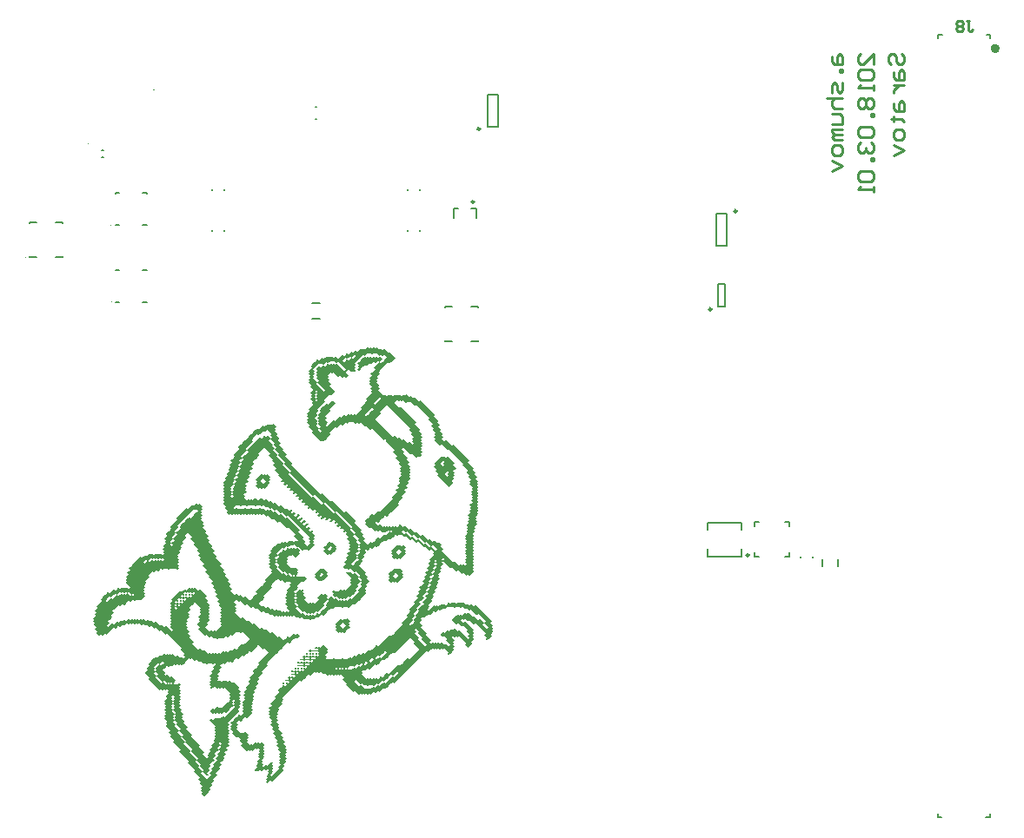
<source format=gbo>
G04 Layer_Color=32896*
%FSLAX25Y25*%
%MOIN*%
G70*
G01*
G75*
%ADD38C,0.01000*%
%ADD39C,0.00787*%
%ADD58C,0.01968*%
%ADD93C,0.00984*%
%ADD95C,0.00394*%
G36*
X349568Y533687D02*
X350134Y534253D01*
X350699Y533687D01*
X351265Y534253D01*
X352962Y532556D01*
X353528Y533122D01*
X355790Y530859D01*
X355225Y530293D01*
X354659Y529728D01*
X354093Y529162D01*
X353528Y528596D01*
X352962Y529162D01*
X352396Y528596D01*
X351831Y528030D01*
X351265Y527465D01*
X350699Y526899D01*
X350134Y526333D01*
X349568Y525768D01*
X349002Y525202D01*
X349568Y524636D01*
X349002Y524071D01*
X348437Y523505D01*
X349002Y522939D01*
X348437Y522374D01*
X349002Y521808D01*
X348437Y521242D01*
X349568Y520111D01*
X349002Y519545D01*
X349568Y518980D01*
X349002Y518414D01*
X351265Y516151D01*
X351831Y516717D01*
X352396Y516151D01*
X352962Y516717D01*
X353528Y516151D01*
X354093Y516717D01*
X354659Y516151D01*
X355225Y516717D01*
X355790Y516151D01*
X356356Y516717D01*
X356922Y516151D01*
X357488Y516717D01*
X358053Y516151D01*
X358619Y516717D01*
X359185Y516151D01*
X359750Y516717D01*
X360882Y515585D01*
X361447Y516151D01*
X362579Y515020D01*
X363144Y515585D01*
X364842Y513888D01*
X365407Y514454D01*
X371064Y508797D01*
X370498Y508231D01*
X372195Y506534D01*
X371630Y505969D01*
X372761Y504837D01*
X372195Y504272D01*
X373327Y503140D01*
X372761Y502575D01*
X373892Y501443D01*
X373327Y500878D01*
X373892Y500312D01*
X373327Y499746D01*
X374458Y498615D01*
X375024Y499181D01*
X377287Y496918D01*
X377852Y497483D01*
X384075Y491261D01*
X383509Y490695D01*
X385772Y488432D01*
X385206Y487867D01*
X386337Y486735D01*
X385772Y486170D01*
X386903Y485038D01*
X386337Y484473D01*
X387469Y483341D01*
X386903Y482776D01*
X387469Y482210D01*
X386903Y481644D01*
X387469Y481078D01*
X386903Y480513D01*
X387469Y479947D01*
X386903Y479382D01*
X387469Y478816D01*
X386903Y478250D01*
X387469Y477684D01*
X386903Y477119D01*
X387469Y476553D01*
X386903Y475987D01*
X387469Y475422D01*
X386903Y474856D01*
X387469Y474290D01*
X386903Y473725D01*
X387469Y473159D01*
X386903Y472593D01*
X387469Y472028D01*
X386903Y471462D01*
X387469Y470896D01*
X386903Y470330D01*
X386337Y469765D01*
X386903Y469199D01*
X386337Y468634D01*
X386903Y468068D01*
X386337Y467502D01*
X386903Y466936D01*
X386337Y466371D01*
X385772Y465805D01*
X386337Y465239D01*
X385772Y464674D01*
X386337Y464108D01*
X385772Y463542D01*
X385206Y462977D01*
X385772Y462411D01*
X385206Y461845D01*
X385772Y461280D01*
X385206Y460714D01*
X385772Y460148D01*
X385206Y459583D01*
X385772Y459017D01*
X385206Y458451D01*
X385772Y457885D01*
X385206Y457320D01*
X385772Y456754D01*
X385206Y456188D01*
X385772Y455623D01*
X385206Y455057D01*
X385772Y454491D01*
X385206Y453926D01*
X385772Y453360D01*
X385206Y452794D01*
X385772Y452229D01*
X385206Y451663D01*
X385772Y451097D01*
X385206Y450531D01*
X385772Y449966D01*
X385206Y449400D01*
X385772Y448835D01*
X385206Y448269D01*
X384641Y447703D01*
X384075Y447137D01*
X383509Y447703D01*
X382943Y447137D01*
X381812Y448269D01*
X381246Y447703D01*
X379549Y449400D01*
X378984Y448835D01*
X377287Y450531D01*
X376721Y449966D01*
X373892Y452794D01*
X374458Y453360D01*
X373892Y453926D01*
X373327Y453360D01*
X373892Y452794D01*
X373327Y452229D01*
X373892Y451663D01*
X373327Y451097D01*
X372761Y450531D01*
X373327Y449966D01*
X372761Y449400D01*
X373327Y448835D01*
X372761Y448269D01*
X372195Y447703D01*
X372761Y447137D01*
X372195Y446572D01*
X372761Y446006D01*
X372195Y445440D01*
X371630Y444875D01*
X372195Y444309D01*
X371630Y443743D01*
X371064Y443178D01*
X371630Y442612D01*
X371064Y442046D01*
X370498Y441481D01*
X371064Y440915D01*
X370498Y440349D01*
X369933Y439783D01*
X370498Y439218D01*
X369933Y438652D01*
X369367Y438086D01*
X369933Y437521D01*
X369367Y436955D01*
X368801Y436389D01*
X368236Y435824D01*
X368801Y435258D01*
X368236Y434692D01*
X367670Y434127D01*
X368236Y433561D01*
X368801Y434127D01*
X369367Y434692D01*
X369933Y435258D01*
X370498Y435824D01*
X371064Y435258D01*
X371630Y435824D01*
X372195Y435258D01*
X372761Y435824D01*
X373327Y436389D01*
X373892Y435824D01*
X374458Y436389D01*
X375024Y435824D01*
X375589Y436389D01*
X376155Y436955D01*
X376721Y436389D01*
X377287Y436955D01*
X377852Y436389D01*
X378418Y436955D01*
X378984Y436389D01*
X379549Y436955D01*
X380115Y436389D01*
X380681Y436955D01*
X381246Y436389D01*
X381812Y436955D01*
X382943Y435824D01*
X383509Y436389D01*
X384075Y435824D01*
X384641Y436389D01*
X385772Y435258D01*
X386337Y435824D01*
X392560Y429601D01*
X391994Y429036D01*
X393126Y427904D01*
X392560Y427338D01*
X393126Y426773D01*
X392560Y426207D01*
X393126Y425641D01*
X392560Y425076D01*
X391994Y424510D01*
X392560Y423944D01*
X391994Y423379D01*
X391429Y422813D01*
X390863Y422247D01*
X390297Y422813D01*
X390863Y423379D01*
X389732Y424510D01*
X390297Y425076D01*
X386337Y429036D01*
X385772Y428470D01*
X384075Y430167D01*
X383509Y429601D01*
X382378Y430732D01*
X381812Y430167D01*
X381246Y430732D01*
X380681Y430167D01*
X381812Y429036D01*
X382378Y429601D01*
X385772Y426207D01*
X385206Y425641D01*
X385772Y425076D01*
X385206Y424510D01*
X385772Y423944D01*
X385206Y423379D01*
X385772Y422813D01*
X385206Y422247D01*
X384641Y421682D01*
X385206Y421116D01*
X384641Y420550D01*
X384075Y419984D01*
X383509Y419419D01*
X382378Y420550D01*
X382943Y421116D01*
X380115Y423944D01*
X379549Y423379D01*
X378984Y423944D01*
X378418Y423379D01*
X377852Y423944D01*
X377287Y423379D01*
X378418Y422247D01*
X377852Y421682D01*
X378418Y421116D01*
X377852Y420550D01*
X378418Y419984D01*
X377852Y419419D01*
X378418Y418853D01*
X377852Y418287D01*
X377287Y417722D01*
X376721Y417156D01*
X376155Y416590D01*
X375589Y417156D01*
X376155Y417722D01*
X374458Y419419D01*
X373892Y418853D01*
X373327Y419419D01*
X372761Y418853D01*
X372195Y419419D01*
X371630Y418853D01*
X371064Y419419D01*
X370498Y418853D01*
X369933Y419419D01*
X369367Y418853D01*
X368801Y418287D01*
X368236Y417722D01*
X367670Y418287D01*
X367104Y417722D01*
X366539Y417156D01*
X365973Y416590D01*
X365407Y416025D01*
X364842Y415459D01*
X364276Y414893D01*
X363710Y414328D01*
X363144Y413762D01*
X362579Y413196D01*
X362013Y412631D01*
X361447Y412065D01*
X360882Y411499D01*
X360316Y410933D01*
X359750Y410368D01*
X359185Y409802D01*
X358619Y409236D01*
X358053Y408671D01*
X357488Y408105D01*
X356922Y407539D01*
X356356Y406974D01*
X355790Y406408D01*
X355225Y405842D01*
X354659Y406408D01*
X354093Y405842D01*
X353528Y405277D01*
X352962Y404711D01*
X352396Y404145D01*
X351831Y403580D01*
X351265Y404145D01*
X350699Y403580D01*
X350134Y403014D01*
X349568Y402448D01*
X349002Y403014D01*
X348437Y402448D01*
X347871Y401883D01*
X347305Y402448D01*
X346740Y401883D01*
X346174Y401317D01*
X345608Y401883D01*
X345042Y401317D01*
X344477Y401883D01*
X343911Y401317D01*
X343345Y401883D01*
X342780Y401317D01*
X342214Y401883D01*
X341648Y401317D01*
X339951Y403014D01*
X339386Y402448D01*
X336557Y405277D01*
X337123Y405842D01*
X335426Y407539D01*
X335992Y408105D01*
X334860Y409236D01*
X334295Y408671D01*
X333729Y409236D01*
X333163Y408671D01*
X332597Y409236D01*
X332032Y408671D01*
X331466Y409236D01*
X330900Y408671D01*
X330335Y409236D01*
X329769Y408671D01*
X328638Y409802D01*
X328072Y409236D01*
X326940Y410368D01*
X326375Y409802D01*
X325809Y410368D01*
X325243Y409802D01*
X324678Y410368D01*
X324112Y409802D01*
X323546Y409236D01*
X322981Y408671D01*
X322415Y409236D01*
X321849Y408671D01*
X321284Y408105D01*
X320718Y407539D01*
X320152Y406974D01*
X319587Y406408D01*
X319021Y406974D01*
X318455Y406408D01*
X317890Y405842D01*
X317324Y405277D01*
X316758Y404711D01*
X316193Y404145D01*
X315627Y403580D01*
X315061Y403014D01*
X314495Y402448D01*
X313930Y401883D01*
X313364Y401317D01*
X312798Y400751D01*
X312233Y400185D01*
X312798Y399620D01*
X312233Y399054D01*
X311667Y398488D01*
X312233Y397923D01*
X311667Y397357D01*
X311101Y396791D01*
X310536Y396226D01*
X311101Y395660D01*
X310536Y395094D01*
X309970Y394529D01*
X310536Y393963D01*
X309970Y393397D01*
X310536Y392832D01*
X309970Y392266D01*
X310536Y391700D01*
X309970Y391135D01*
X311101Y390003D01*
X310536Y389438D01*
X311101Y388872D01*
X310536Y388306D01*
X312233Y386609D01*
X311667Y386043D01*
X312798Y384912D01*
X312233Y384346D01*
X313364Y383215D01*
X312798Y382649D01*
X313930Y381518D01*
X313364Y380952D01*
X313930Y380386D01*
X313364Y379821D01*
X313930Y379255D01*
X313364Y378690D01*
X313930Y378124D01*
X313364Y377558D01*
X313930Y376992D01*
X313364Y376427D01*
X313930Y375861D01*
X313364Y375295D01*
X312798Y374730D01*
X313364Y374164D01*
X312798Y373598D01*
X312233Y373033D01*
X312798Y372467D01*
X312233Y371901D01*
X311667Y371336D01*
X311101Y370770D01*
X310536Y370204D01*
X309970Y369638D01*
X309404Y369073D01*
X308839Y368507D01*
X308273Y367941D01*
X307707Y368507D01*
X307142Y367941D01*
X306576Y367376D01*
X306010Y367941D01*
X306576Y368507D01*
X306010Y369073D01*
X306576Y369638D01*
X306010Y370204D01*
X306576Y370770D01*
X307142Y371336D01*
X306576Y371901D01*
X307142Y372467D01*
X306576Y373033D01*
X306010Y372467D01*
X305445Y373033D01*
X304879Y372467D01*
X304313Y371901D01*
X303747Y372467D01*
X303182Y371901D01*
X302616Y372467D01*
X302050Y371901D01*
X301485Y372467D01*
X302050Y373033D01*
X302616Y373598D01*
X302050Y374164D01*
X302616Y374730D01*
X303182Y375295D01*
X302616Y375861D01*
X303182Y376427D01*
X303747Y376992D01*
X303182Y377558D01*
X303747Y378124D01*
X303182Y378690D01*
X303747Y379255D01*
X303182Y379821D01*
X303747Y380386D01*
X303182Y380952D01*
X302616Y380386D01*
X302050Y380952D01*
X301485Y380386D01*
X300919Y379821D01*
X300353Y380386D01*
X299788Y379821D01*
X299222Y380386D01*
X298656Y379821D01*
X296393Y382084D01*
X296959Y382649D01*
X295828Y383781D01*
X296393Y384346D01*
X295262Y385478D01*
X294696Y384912D01*
X292999Y386609D01*
X293565Y387175D01*
X292434Y388306D01*
X292999Y388872D01*
X292434Y389438D01*
X292999Y390003D01*
X292434Y390569D01*
X292999Y391135D01*
X293565Y391700D01*
X294131Y392266D01*
X294696Y392832D01*
X295262Y393397D01*
X295828Y393963D01*
X296393Y393397D01*
X296959Y393963D01*
X297525Y394529D01*
X296959Y395094D01*
X297525Y395660D01*
X296959Y396226D01*
X297525Y396791D01*
X296959Y397357D01*
X297525Y397923D01*
X296959Y398488D01*
X297525Y399054D01*
X298091Y399620D01*
X297525Y400185D01*
X298091Y400751D01*
X297525Y401317D01*
X298091Y401883D01*
X297525Y402448D01*
X298091Y403014D01*
X298656Y403580D01*
X298091Y404145D01*
X298656Y404711D01*
X299222Y405277D01*
X299788Y405842D01*
X299222Y406408D01*
X299788Y406974D01*
X300353Y407539D01*
X299788Y408105D01*
X300353Y408671D01*
X300919Y409236D01*
X301485Y409802D01*
X300919Y410368D01*
X301485Y410933D01*
X302050Y411499D01*
X302616Y412065D01*
X303182Y412631D01*
X303747Y413196D01*
X303182Y413762D01*
X303747Y414328D01*
X304313Y414893D01*
X304879Y415459D01*
X305445Y416025D01*
X306010Y416590D01*
X306576Y417156D01*
X307142Y417722D01*
X305445Y419419D01*
X304879Y418853D01*
X303182Y420550D01*
X302616Y419984D01*
X302050Y419419D01*
X301485Y418853D01*
X300919Y418287D01*
X300353Y417722D01*
X299788Y418287D01*
X299222Y417722D01*
X298656Y417156D01*
X298091Y416590D01*
X297525Y416025D01*
X296959Y416590D01*
X296393Y416025D01*
X295828Y415459D01*
X295262Y414893D01*
X294696Y415459D01*
X294131Y414893D01*
X293565Y414328D01*
X292999Y413762D01*
X292434Y414328D01*
X291868Y413762D01*
X291302Y414328D01*
X290737Y413762D01*
X290171Y413196D01*
X289605Y413762D01*
X289040Y413196D01*
X288474Y412631D01*
X289040Y412065D01*
X288474Y411499D01*
X287908Y410933D01*
X288474Y410368D01*
X287908Y409802D01*
X287343Y409236D01*
X287908Y408671D01*
X287343Y408105D01*
X287908Y407539D01*
X287343Y406974D01*
X287908Y406408D01*
X288474Y406974D01*
X289040Y406408D01*
X289605Y406974D01*
X290171Y406408D01*
X290737Y406974D01*
X291302Y406408D01*
X291868Y406974D01*
X292999Y405842D01*
X293565Y406408D01*
X295828Y404145D01*
X295262Y403580D01*
X296393Y402448D01*
X295828Y401883D01*
X296393Y401317D01*
X295828Y400751D01*
X296393Y400185D01*
X295828Y399620D01*
X296393Y399054D01*
X295828Y398488D01*
X296393Y397923D01*
X295828Y397357D01*
X296393Y396791D01*
X295828Y396226D01*
X295262Y395660D01*
X295828Y395094D01*
X295262Y394529D01*
X294696Y393963D01*
X294131Y393397D01*
X293565Y392832D01*
X292999Y392266D01*
X292434Y391700D01*
X291868Y391135D01*
X291302Y390569D01*
X291868Y390003D01*
X291302Y389438D01*
X291868Y388872D01*
X291302Y388306D01*
X291868Y387740D01*
X291302Y387175D01*
X291868Y386609D01*
X291302Y386043D01*
X291868Y385478D01*
X291302Y384912D01*
X291868Y384346D01*
X291302Y383781D01*
X291868Y383215D01*
X291302Y382649D01*
X291868Y382084D01*
X291302Y381518D01*
X290737Y380952D01*
X291302Y380386D01*
X290737Y379821D01*
X290171Y379255D01*
X290737Y378690D01*
X290171Y378124D01*
X289605Y377558D01*
X290171Y376992D01*
X289605Y376427D01*
X289040Y375861D01*
X288474Y375295D01*
X289040Y374730D01*
X288474Y374164D01*
X287908Y373598D01*
X288474Y373033D01*
X287908Y372467D01*
X287343Y371901D01*
X286777Y371336D01*
X287343Y370770D01*
X286777Y370204D01*
X286211Y369638D01*
X285646Y369073D01*
X286211Y368507D01*
X285646Y367941D01*
X285080Y367376D01*
X285646Y366810D01*
X285080Y366244D01*
X284514Y365679D01*
X285080Y365113D01*
X284514Y364547D01*
X283948Y363982D01*
X283383Y363416D01*
X282817Y362850D01*
X282251Y362285D01*
X281120Y363416D01*
X281686Y363982D01*
X281120Y364547D01*
X281686Y365113D01*
X281120Y365679D01*
X281686Y366244D01*
X280554Y367376D01*
X281120Y367941D01*
X279989Y369073D01*
X280554Y369638D01*
X278292Y371901D01*
X278857Y372467D01*
X276029Y375295D01*
X276594Y375861D01*
X272635Y379821D01*
X273200Y380386D01*
X270372Y383215D01*
X270938Y383781D01*
X269241Y385478D01*
X269806Y386043D01*
X268675Y387175D01*
X269241Y387740D01*
X267544Y389438D01*
X268109Y390003D01*
X267544Y390569D01*
X268109Y391135D01*
X266978Y392266D01*
X267544Y392832D01*
X266978Y393397D01*
X267544Y393963D01*
X266978Y394529D01*
X267544Y395094D01*
X266978Y395660D01*
X267544Y396226D01*
X266978Y396791D01*
X267544Y397357D01*
X266978Y397923D01*
X267544Y398488D01*
X266978Y399054D01*
X267544Y399620D01*
X268109Y400185D01*
X267544Y400751D01*
X268109Y401317D01*
X268675Y401883D01*
X268109Y402448D01*
X268675Y403014D01*
X268109Y403580D01*
X267544Y403014D01*
X266978Y403580D01*
X266412Y403014D01*
X265846Y403580D01*
X265281Y403014D01*
X260755Y407539D01*
X261321Y408105D01*
X259624Y409802D01*
X260190Y410368D01*
X260755Y410933D01*
X260190Y411499D01*
X260755Y412065D01*
X261321Y412631D01*
X260755Y413196D01*
X261321Y413762D01*
X261887Y414328D01*
X262452Y414893D01*
X263018Y415459D01*
X263584Y416025D01*
X264149Y415459D01*
X264715Y416025D01*
X265281Y416590D01*
X265846Y416025D01*
X266412Y416590D01*
X266978Y417156D01*
X267544Y416590D01*
X268109Y417156D01*
X268675Y416590D01*
X269241Y417156D01*
X269806Y416590D01*
X270372Y417156D01*
X271503Y416025D01*
X272069Y416590D01*
X273200Y415459D01*
X273766Y416025D01*
X274332Y415459D01*
X274898Y416025D01*
X274332Y416590D01*
X274898Y417156D01*
X273200Y418853D01*
X273766Y419419D01*
X268109Y425076D01*
X267544Y424510D01*
X265846Y426207D01*
X265281Y425641D01*
X263584Y427338D01*
X263018Y426773D01*
X261887Y427904D01*
X261321Y427338D01*
X260190Y428470D01*
X259624Y427904D01*
X259058Y428470D01*
X258493Y427904D01*
X257361Y429036D01*
X256796Y428470D01*
X256230Y429036D01*
X255664Y428470D01*
X255099Y429036D01*
X254533Y428470D01*
X253967Y429036D01*
X253401Y428470D01*
X252836Y429036D01*
X252270Y428470D01*
X251704Y427904D01*
X251139Y428470D01*
X250573Y427904D01*
X250007Y427338D01*
X249442Y427904D01*
X248876Y427338D01*
X248310Y426773D01*
X247745Y427338D01*
X247179Y426773D01*
X246613Y426207D01*
X246047Y425641D01*
X245482Y425076D01*
X244916Y424510D01*
X244351Y425076D01*
X243785Y424510D01*
X243219Y423944D01*
X242653Y424510D01*
X242088Y423944D01*
X240956Y425076D01*
X241522Y425641D01*
X240391Y426773D01*
X240956Y427338D01*
X239825Y428470D01*
X240391Y429036D01*
X239825Y429601D01*
X240391Y430167D01*
X239825Y430732D01*
X240391Y431298D01*
X240956Y431864D01*
X240391Y432430D01*
X240956Y432995D01*
X240391Y433561D01*
X240956Y434127D01*
X241522Y434692D01*
X240956Y435258D01*
X241522Y435824D01*
X242088Y436389D01*
X242653Y436955D01*
X243219Y437521D01*
X242653Y438086D01*
X243219Y438652D01*
X243785Y439218D01*
X244351Y439783D01*
X244916Y440349D01*
X245482Y440915D01*
X246047Y440349D01*
X246613Y440915D01*
X247179Y441481D01*
X247745Y442046D01*
X248310Y441481D01*
X248876Y442046D01*
X249442Y442612D01*
X250007Y442046D01*
X250573Y442612D01*
X251139Y442046D01*
X251704Y442612D01*
X252270Y442046D01*
X252836Y442612D01*
X253401Y442046D01*
X253967Y442612D01*
X252270Y444309D01*
X252836Y444875D01*
X252270Y445440D01*
X252836Y446006D01*
X252270Y446572D01*
X252836Y447137D01*
X253401Y447703D01*
X252836Y448269D01*
X253401Y448835D01*
X253967Y449400D01*
X253401Y449966D01*
X253967Y450531D01*
X254533Y451097D01*
X255099Y451663D01*
X255664Y452229D01*
X256230Y452794D01*
X256796Y453360D01*
X257361Y453926D01*
X257927Y454491D01*
X258493Y453926D01*
X259058Y454491D01*
X259624Y455057D01*
X260190Y454491D01*
X260755Y455057D01*
X261321Y455623D01*
X261887Y455057D01*
X262452Y455623D01*
X263018Y455057D01*
X263584Y455623D01*
X264149Y455057D01*
X264715Y455623D01*
X265281Y455057D01*
X265846Y455623D01*
X266412Y455057D01*
X266978Y455623D01*
X266412Y456188D01*
X266978Y456754D01*
X266412Y457320D01*
X266978Y457885D01*
X266412Y458451D01*
X266978Y459017D01*
X267544Y459583D01*
X266978Y460148D01*
X267544Y460714D01*
X266978Y461280D01*
X267544Y461845D01*
X268109Y462411D01*
X267544Y462977D01*
X268109Y463542D01*
X268675Y464108D01*
X269241Y464674D01*
X269806Y465239D01*
X269241Y465805D01*
X269806Y466371D01*
X270372Y466936D01*
X270938Y467502D01*
X271503Y468068D01*
X272069Y468634D01*
X271503Y469199D01*
X272069Y469765D01*
X272635Y470330D01*
X273200Y470896D01*
X273766Y471462D01*
X274332Y472028D01*
X274898Y472593D01*
X275463Y473159D01*
X276029Y472593D01*
X276594Y473159D01*
X277160Y473725D01*
X277726Y474290D01*
X278292Y473725D01*
X278857Y474290D01*
X279423Y474856D01*
X279989Y474290D01*
X280554Y474856D01*
X281686Y473725D01*
X281120Y473159D01*
X281686Y472593D01*
X281120Y472028D01*
X281686Y471462D01*
X281120Y470896D01*
X281686Y470330D01*
X281120Y469765D01*
X281686Y469199D01*
X281120Y468634D01*
X282251Y467502D01*
X281686Y466936D01*
X282251Y466371D01*
X281686Y465805D01*
X283383Y464108D01*
X282817Y463542D01*
X283948Y462411D01*
X283383Y461845D01*
X284514Y460714D01*
X283948Y460148D01*
X285646Y458451D01*
X285080Y457885D01*
X286211Y456754D01*
X285646Y456188D01*
X287343Y454491D01*
X286777Y453926D01*
X289040Y451663D01*
X288474Y451097D01*
X290171Y449400D01*
X289605Y448835D01*
X290737Y447703D01*
X290171Y447137D01*
X291868Y445440D01*
X291302Y444875D01*
X292434Y443743D01*
X291868Y443178D01*
X292999Y442046D01*
X292434Y441481D01*
X294131Y439783D01*
X294696Y440349D01*
X295828Y439218D01*
X296393Y439783D01*
X297525Y438652D01*
X298091Y439218D01*
X299788Y437521D01*
X300353Y438086D01*
X300919Y438652D01*
X301485Y439218D01*
X302050Y439783D01*
X302616Y440349D01*
X302050Y440915D01*
X302616Y441481D01*
X303182Y442046D01*
X303747Y442612D01*
X304313Y443178D01*
X304879Y443743D01*
X305445Y444309D01*
X306010Y444875D01*
X305445Y445440D01*
X306010Y446006D01*
X306576Y446572D01*
X307142Y447137D01*
X307707Y447703D01*
X308273Y448269D01*
X307707Y448835D01*
X308273Y449400D01*
X307142Y450531D01*
X307707Y451097D01*
X307142Y451663D01*
X307707Y452229D01*
X307142Y452794D01*
X307707Y453360D01*
X307142Y453926D01*
X307707Y454491D01*
X307142Y455057D01*
X307707Y455623D01*
X308273Y456188D01*
X307707Y456754D01*
X308273Y457320D01*
X308839Y457885D01*
X309404Y458451D01*
X309970Y459017D01*
X310536Y459583D01*
X311101Y459017D01*
X311667Y459583D01*
X312233Y460148D01*
X312798Y459583D01*
X313364Y460148D01*
X313930Y459583D01*
X314495Y460148D01*
X315061Y460714D01*
X315627Y460148D01*
X316193Y460714D01*
X316758Y460148D01*
X317324Y460714D01*
X317890Y460148D01*
X318455Y460714D01*
X316758Y462411D01*
X317324Y462977D01*
X314495Y465805D01*
X313930Y465239D01*
X311101Y468068D01*
X310536Y467502D01*
X308839Y469199D01*
X308273Y468634D01*
X306576Y470330D01*
X306010Y469765D01*
X304879Y470896D01*
X304313Y470330D01*
X303747Y470896D01*
X303182Y470330D01*
X302616Y470896D01*
X302050Y470330D01*
X301485Y470896D01*
X300919Y470330D01*
X300353Y470896D01*
X299788Y470330D01*
X299222Y470896D01*
X298656Y470330D01*
X298091Y470896D01*
X297525Y470330D01*
X296959Y470896D01*
X296393Y470330D01*
X295828Y470896D01*
X295262Y470330D01*
X294696Y470896D01*
X294131Y470330D01*
X293565Y470896D01*
X292999Y470330D01*
X292434Y470896D01*
X291868Y470330D01*
X290737Y471462D01*
X291302Y472028D01*
X290171Y473159D01*
X290737Y473725D01*
X289605Y474856D01*
X290171Y475422D01*
X289605Y475987D01*
X290171Y476553D01*
X289605Y477119D01*
X290171Y477684D01*
X289605Y478250D01*
X290171Y478816D01*
X289605Y479382D01*
X290171Y479947D01*
X289605Y480513D01*
X290171Y481078D01*
X289605Y481644D01*
X290171Y482210D01*
X289605Y482776D01*
X290171Y483341D01*
X290737Y483907D01*
X290171Y484473D01*
X290737Y485038D01*
X291302Y485604D01*
X290737Y486170D01*
X291302Y486735D01*
X291868Y487301D01*
X291302Y487867D01*
X291868Y488432D01*
X292434Y488998D01*
X291868Y489564D01*
X292434Y490130D01*
X292999Y490695D01*
X292434Y491261D01*
X292999Y491827D01*
X293565Y492392D01*
X294131Y492958D01*
X293565Y493524D01*
X294131Y494089D01*
X294696Y494655D01*
X295262Y495221D01*
X295828Y495786D01*
X295262Y496352D01*
X295828Y496918D01*
X296393Y497483D01*
X296959Y498049D01*
X297525Y498615D01*
X298091Y499181D01*
X298656Y499746D01*
X299222Y500312D01*
X299788Y500878D01*
X300353Y501443D01*
X300919Y502009D01*
X301485Y502575D01*
X302050Y503140D01*
X302616Y503706D01*
X303182Y503140D01*
X303747Y503706D01*
X304313Y504272D01*
X304879Y504837D01*
X305445Y504272D01*
X306010Y504837D01*
X306576Y505403D01*
X307142Y504837D01*
X307707Y505403D01*
X308273Y504837D01*
X308839Y505403D01*
X309970Y504272D01*
X309404Y503706D01*
X309970Y503140D01*
X309404Y502575D01*
X310536Y501443D01*
X309970Y500878D01*
X311101Y499746D01*
X310536Y499181D01*
X311667Y498049D01*
X311101Y497483D01*
X312798Y495786D01*
X312233Y495221D01*
X313930Y493524D01*
X313364Y492958D01*
X316193Y490130D01*
X315627Y489564D01*
X326940Y478250D01*
X327506Y478816D01*
X330900Y475422D01*
X331466Y475987D01*
X335992Y471462D01*
X336557Y472028D01*
X340517Y468068D01*
X339951Y467502D01*
X342780Y464674D01*
X342214Y464108D01*
X343345Y462977D01*
X342780Y462411D01*
X343911Y461280D01*
X343345Y460714D01*
X345042Y459017D01*
X345608Y459583D01*
X346174Y460148D01*
X346740Y459583D01*
X347305Y460148D01*
X347871Y460714D01*
X348437Y461280D01*
X349002Y461845D01*
X349568Y461280D01*
X350134Y461845D01*
X350699Y462411D01*
X351265Y462977D01*
X351831Y462411D01*
X352396Y462977D01*
X352962Y463542D01*
X353528Y464108D01*
X352962Y464674D01*
X352396Y464108D01*
X351831Y463542D01*
X351265Y464108D01*
X350699Y463542D01*
X349568Y464674D01*
X349002Y464108D01*
X348437Y464674D01*
X347871Y464108D01*
X346174Y465805D01*
X345608Y465239D01*
X343911Y466936D01*
X344477Y467502D01*
X343911Y468068D01*
X344477Y468634D01*
X345042Y469199D01*
X345608Y469765D01*
X346174Y470330D01*
X346740Y470896D01*
X347305Y470330D01*
X347871Y470896D01*
X348437Y471462D01*
X349002Y472028D01*
X349568Y471462D01*
X350134Y472028D01*
X350699Y472593D01*
X351265Y473159D01*
X351831Y473725D01*
X352396Y474290D01*
X352962Y474856D01*
X353528Y475422D01*
X354093Y475987D01*
X354659Y476553D01*
X354093Y477119D01*
X354659Y477684D01*
X355225Y478250D01*
X355790Y478816D01*
X356356Y479382D01*
X355790Y479947D01*
X356356Y480513D01*
X356922Y481078D01*
X356356Y481644D01*
X356922Y482210D01*
X357488Y482776D01*
X356922Y483341D01*
X357488Y483907D01*
X356922Y484473D01*
X357488Y485038D01*
X358053Y485604D01*
X357488Y486170D01*
X358053Y486735D01*
X357488Y487301D01*
X358053Y487867D01*
X357488Y488432D01*
X358053Y488998D01*
X356922Y490130D01*
X357488Y490695D01*
X355790Y492392D01*
X356356Y492958D01*
X354659Y494655D01*
X355225Y495221D01*
X351831Y498615D01*
X352396Y499181D01*
X351831Y499746D01*
X351265Y499181D01*
X346740Y503706D01*
X346174Y503140D01*
X344477Y504837D01*
X343911Y504272D01*
X342214Y505969D01*
X341648Y505403D01*
X341083Y505969D01*
X340517Y505403D01*
X339386Y506534D01*
X338820Y505969D01*
X338254Y506534D01*
X337689Y505969D01*
X337123Y505403D01*
X336557Y505969D01*
X335992Y505403D01*
X335426Y504837D01*
X334860Y505403D01*
X334295Y504837D01*
X333729Y504272D01*
X333163Y503706D01*
X332597Y504272D01*
X332032Y503706D01*
X331466Y503140D01*
X330900Y502575D01*
X330335Y502009D01*
X330900Y501443D01*
X330335Y500878D01*
X329769Y500312D01*
X329203Y499746D01*
X328638Y499181D01*
X328072Y498615D01*
X327506Y499181D01*
X326940Y498615D01*
X323546Y502009D01*
X324112Y502575D01*
X322415Y504272D01*
X322981Y504837D01*
X321849Y505969D01*
X322415Y506534D01*
X321849Y507100D01*
X322415Y507666D01*
X321849Y508231D01*
X322415Y508797D01*
X321849Y509363D01*
X322415Y509929D01*
X322981Y510494D01*
X322415Y511060D01*
X322981Y511626D01*
X323546Y512191D01*
X324112Y512757D01*
X323546Y513323D01*
X324112Y513888D01*
X322981Y515020D01*
X323546Y515585D01*
X322981Y516151D01*
X323546Y516717D01*
X322981Y517282D01*
X323546Y517848D01*
X324112Y518414D01*
X322981Y519545D01*
X323546Y520111D01*
X322415Y521242D01*
X322981Y521808D01*
X322415Y522374D01*
X322981Y522939D01*
X322415Y523505D01*
X322981Y524071D01*
X322415Y524636D01*
X322981Y525202D01*
X322415Y525768D01*
X322981Y526333D01*
X323546Y526899D01*
X322981Y527465D01*
X323546Y528030D01*
X324112Y528596D01*
X324678Y529162D01*
X325243Y529728D01*
X325809Y530293D01*
X326375Y529728D01*
X326940Y530293D01*
X327506Y530859D01*
X328072Y530293D01*
X328638Y530859D01*
X329203Y531425D01*
X329769Y530859D01*
X330335Y531425D01*
X330900Y530859D01*
X331466Y531425D01*
X332032Y530859D01*
X332597Y531425D01*
X333729Y530293D01*
X334295Y530859D01*
X334860Y531425D01*
X335426Y531990D01*
X335992Y531425D01*
X336557Y531990D01*
X337123Y532556D01*
X337689Y531990D01*
X338254Y532556D01*
X338820Y533122D01*
X339386Y532556D01*
X339951Y533122D01*
X340517Y533687D01*
X341083Y533122D01*
X341648Y533687D01*
X342214Y534253D01*
X342780Y533687D01*
X343345Y534253D01*
X343911Y533687D01*
X344477Y534253D01*
X345042Y534819D01*
X345608Y534253D01*
X346174Y534819D01*
X346740Y534253D01*
X347305Y534819D01*
X347871Y534253D01*
X348437Y534819D01*
X349568Y533687D01*
D02*
G37*
%LPC*%
G36*
X277160Y440915D02*
X276594Y440349D01*
X277160Y439783D01*
X276594Y439218D01*
X277160Y438652D01*
X277726Y439218D01*
X277160Y439783D01*
X277726Y440349D01*
X277160Y440915D01*
D02*
G37*
G36*
X276029D02*
X275463Y440349D01*
X276029Y439783D01*
X275463Y439218D01*
X276029Y438652D01*
X276594Y439218D01*
X276029Y439783D01*
X276594Y440349D01*
X276029Y440915D01*
D02*
G37*
G36*
X340517Y448835D02*
X339951Y448269D01*
X341648Y446572D01*
X341083Y446006D01*
X342214Y444875D01*
X341648Y444309D01*
X341083Y443743D01*
X341648Y443178D01*
X341083Y442612D01*
X340517Y442046D01*
X341083Y441481D01*
X340517Y440915D01*
X339951Y440349D01*
X339386Y439783D01*
X338820Y439218D01*
X338254Y438652D01*
X338820Y438086D01*
X339386Y438652D01*
X339951Y439218D01*
X340517Y439783D01*
X341083Y440349D01*
X341648Y440915D01*
X341083Y441481D01*
X341648Y442046D01*
X342214Y442612D01*
X342780Y443178D01*
X342214Y443743D01*
X342780Y444309D01*
X342214Y444875D01*
X342780Y445440D01*
X341648Y446572D01*
X342214Y447137D01*
X340517Y448835D01*
D02*
G37*
G36*
X255099Y440349D02*
X254533Y439783D01*
X255099Y439218D01*
X255664Y439783D01*
X255099Y440349D01*
D02*
G37*
G36*
X253401Y440915D02*
X252836Y440349D01*
X253967Y439218D01*
X254533Y439783D01*
X253401Y440915D01*
D02*
G37*
G36*
X250007D02*
X249442Y440349D01*
X248876Y439783D01*
X249442Y439218D01*
X250007Y439783D01*
X250573Y440349D01*
X250007Y440915D01*
D02*
G37*
G36*
X334860Y438652D02*
X334295Y438086D01*
X334860Y437521D01*
X335426Y438086D01*
X334860Y438652D01*
D02*
G37*
G36*
X333163Y439218D02*
X332597Y438652D01*
X333729Y437521D01*
X334295Y438086D01*
X333163Y439218D01*
D02*
G37*
G36*
X274898Y440915D02*
X274332Y440349D01*
X274898Y439783D01*
X274332Y439218D01*
X274898Y438652D01*
X274332Y438086D01*
X274898Y437521D01*
X275463Y438086D01*
X274898Y438652D01*
X275463Y439218D01*
X274898Y439783D01*
X275463Y440349D01*
X274898Y440915D01*
D02*
G37*
G36*
X248310Y440349D02*
X247745Y439783D01*
X247179Y439218D01*
X246613Y438652D01*
X247179Y438086D01*
X247745Y438652D01*
X248310Y439218D01*
X248876Y439783D01*
X248310Y440349D01*
D02*
G37*
G36*
X337689Y439218D02*
X337123Y438652D01*
X336557Y438086D01*
X337123Y437521D01*
X337689Y438086D01*
X338254Y438652D01*
X337689Y439218D01*
D02*
G37*
G36*
X335992Y438652D02*
X335426Y438086D01*
X335992Y437521D01*
X336557Y438086D01*
X335992Y438652D01*
D02*
G37*
G36*
X251139Y440915D02*
X250573Y440349D01*
X251139Y439783D01*
X251704Y440349D01*
X251139Y440915D01*
D02*
G37*
G36*
X335426Y412065D02*
X334860Y411499D01*
X335426Y410933D01*
X335992Y411499D01*
X335426Y412065D01*
D02*
G37*
G36*
X312233Y457885D02*
X311667Y457320D01*
X311101Y456754D01*
X310536Y456188D01*
X309970Y455623D01*
X310536Y455057D01*
X309970Y454491D01*
X309404Y453926D01*
X309970Y453360D01*
X309404Y452794D01*
X309970Y452229D01*
X309404Y451663D01*
X310536Y450531D01*
X309970Y449966D01*
X312233Y447703D01*
X312798Y448269D01*
X310536Y450531D01*
X311101Y451097D01*
X309970Y452229D01*
X310536Y452794D01*
X309970Y453360D01*
X310536Y453926D01*
X311101Y454491D01*
X310536Y455057D01*
X311101Y455623D01*
X311667Y456188D01*
X312233Y456754D01*
X312798Y457320D01*
X312233Y457885D01*
D02*
G37*
G36*
X313364Y448835D02*
X312798Y448269D01*
X313930Y447137D01*
X314495Y447703D01*
X313364Y448835D01*
D02*
G37*
G36*
X333163Y472028D02*
X332597Y471462D01*
X338820Y465239D01*
X338254Y464674D01*
X339951Y462977D01*
X339386Y462411D01*
X341083Y460714D01*
X340517Y460148D01*
X341648Y459017D01*
X341083Y458451D01*
X341648Y457885D01*
X341083Y457320D01*
X341648Y456754D01*
X341083Y456188D01*
X340517Y455623D01*
X341083Y455057D01*
X340517Y454491D01*
X341083Y453926D01*
X340517Y453360D01*
X339951Y452794D01*
X339386Y452229D01*
X338820Y451663D01*
X339386Y451097D01*
X339951Y451663D01*
X340517Y452229D01*
X341083Y452794D01*
X341648Y453360D01*
X341083Y453926D01*
X341648Y454491D01*
X341083Y455057D01*
X341648Y455623D01*
X342214Y456188D01*
X341648Y456754D01*
X342214Y457320D01*
X341648Y457885D01*
X342214Y458451D01*
X341648Y459017D01*
X342214Y459583D01*
X341083Y460714D01*
X341648Y461280D01*
X339951Y462977D01*
X340517Y463542D01*
X338820Y465239D01*
X339386Y465805D01*
X333163Y472028D01*
D02*
G37*
G36*
X276029Y463542D02*
X275463Y462977D01*
X274898Y462411D01*
X275463Y461845D01*
X274898Y461280D01*
X274332Y460714D01*
X273766Y460148D01*
X274332Y459583D01*
X273766Y459017D01*
X273200Y458451D01*
X273766Y457885D01*
X273200Y457320D01*
X272635Y456754D01*
X273200Y456188D01*
X272635Y455623D01*
X272069Y455057D01*
X272635Y454491D01*
X272069Y453926D01*
X272635Y453360D01*
X272069Y452794D01*
X272635Y452229D01*
X272069Y451663D01*
X272635Y451097D01*
X272069Y450531D01*
X272635Y449966D01*
X272069Y449400D01*
X271503Y449966D01*
X270938Y449400D01*
X270372Y449966D01*
X269806Y449400D01*
X269241Y449966D01*
X268675Y449400D01*
X268109Y449966D01*
X267544Y449400D01*
X266978Y449966D01*
X266412Y449400D01*
X265846Y449966D01*
X265281Y449400D01*
X264715Y448835D01*
X264149Y449400D01*
X263584Y448835D01*
X263018Y448269D01*
X262452Y448835D01*
X261887Y448269D01*
X261321Y447703D01*
X260755Y447137D01*
X261321Y446572D01*
X260755Y446006D01*
X260190Y445440D01*
X259624Y444875D01*
X260190Y444309D01*
X259624Y443743D01*
X259058Y443178D01*
X259624Y442612D01*
X259058Y442046D01*
X259624Y441481D01*
X259058Y440915D01*
X259624Y440349D01*
X259058Y439783D01*
X259624Y439218D01*
X259058Y438652D01*
X258493Y438086D01*
X257927Y437521D01*
X257361Y438086D01*
X256796Y437521D01*
X256230Y438086D01*
X255664Y437521D01*
X255099Y438086D01*
X254533Y437521D01*
X253967Y436955D01*
X253401Y437521D01*
X252836Y436955D01*
X252270Y436389D01*
X251704Y435824D01*
X251139Y436389D01*
X250573Y435824D01*
X250007Y435258D01*
X249442Y435824D01*
X248876Y435258D01*
X248310Y434692D01*
X247745Y434127D01*
X247179Y433561D01*
X247745Y432995D01*
X247179Y432430D01*
X246613Y431864D01*
X247179Y431298D01*
X246613Y430732D01*
X246047Y430167D01*
X245482Y429601D01*
X246047Y429036D01*
X245482Y428470D01*
X244916Y427904D01*
X245482Y427338D01*
X246047Y427904D01*
X246613Y428470D01*
X247179Y429036D01*
X247745Y428470D01*
X248310Y429036D01*
X248876Y429601D01*
X249442Y429036D01*
X250007Y429601D01*
X250573Y430167D01*
X251139Y429601D01*
X251704Y430167D01*
X252270Y429601D01*
X252836Y430167D01*
X253401Y430732D01*
X253967Y430167D01*
X254533Y430732D01*
X255099Y430167D01*
X255664Y430732D01*
X256230Y430167D01*
X256796Y430732D01*
X257361Y430167D01*
X257927Y430732D01*
X258493Y430167D01*
X259058Y430732D01*
X260190Y429601D01*
X260755Y430167D01*
X261321Y429601D01*
X261887Y430167D01*
X263018Y429036D01*
X263584Y429601D01*
X265281Y427904D01*
X265846Y428470D01*
X266978Y427338D01*
X267544Y427904D01*
X269806Y425641D01*
X270372Y426207D01*
X269241Y427338D01*
X269806Y427904D01*
X269241Y428470D01*
X269806Y429036D01*
X269241Y429601D01*
X269806Y430167D01*
X269241Y430732D01*
X269806Y431298D01*
X269241Y431864D01*
X269806Y432430D01*
X269241Y432995D01*
X269806Y433561D01*
X269241Y434127D01*
X269806Y434692D01*
X269241Y435258D01*
X269806Y435824D01*
X269241Y436389D01*
X269806Y436955D01*
X270372Y437521D01*
X269806Y438086D01*
X270372Y438652D01*
X270938Y439218D01*
X271503Y439783D01*
X272069Y440349D01*
X272635Y440915D01*
X273200Y441481D01*
X273766Y440915D01*
X274332Y441481D01*
X274898Y442046D01*
X275463Y441481D01*
X276029Y442046D01*
X276594Y442612D01*
X277160Y442046D01*
X277726Y442612D01*
X278292Y442046D01*
X278857Y442612D01*
X279989Y441481D01*
X280554Y442046D01*
X283383Y439218D01*
X282817Y438652D01*
X283948Y437521D01*
X283383Y436955D01*
X284514Y435824D01*
X283948Y435258D01*
X284514Y434692D01*
X283948Y434127D01*
X284514Y433561D01*
X283948Y432995D01*
X284514Y432430D01*
X283948Y431864D01*
X284514Y431298D01*
X283948Y430732D01*
X284514Y430167D01*
X283948Y429601D01*
X283383Y429036D01*
X283948Y428470D01*
X283383Y427904D01*
X282817Y427338D01*
X284514Y425641D01*
X285080Y426207D01*
X285646Y425641D01*
X286211Y426207D01*
X286777Y425641D01*
X287343Y426207D01*
X287908Y426773D01*
X288474Y427338D01*
X289040Y427904D01*
X288474Y428470D01*
X289040Y429036D01*
X288474Y429601D01*
X289040Y430167D01*
X288474Y430732D01*
X289040Y431298D01*
X288474Y431864D01*
X289040Y432430D01*
X288474Y432995D01*
X289040Y433561D01*
X288474Y434127D01*
X289040Y434692D01*
X287908Y435824D01*
X288474Y436389D01*
X287343Y437521D01*
X287908Y438086D01*
X286777Y439218D01*
X287343Y439783D01*
X286211Y440915D01*
X286777Y441481D01*
X285646Y442612D01*
X286211Y443178D01*
X285080Y444309D01*
X285646Y444875D01*
X283948Y446572D01*
X284514Y447137D01*
X282817Y448835D01*
X283383Y449400D01*
X281686Y451097D01*
X282251Y451663D01*
X280554Y453360D01*
X281120Y453926D01*
X279989Y455057D01*
X280554Y455623D01*
X279423Y456754D01*
X279989Y457320D01*
X278292Y459017D01*
X278857Y459583D01*
X277160Y461280D01*
X277726Y461845D01*
X276029Y463542D01*
D02*
G37*
G36*
X334295Y412065D02*
X333729Y411499D01*
X334295Y410933D01*
X334860Y411499D01*
X334295Y412065D01*
D02*
G37*
G36*
X268675Y406408D02*
X268109Y405842D01*
X268675Y405277D01*
X269241Y405842D01*
X268675Y406408D01*
D02*
G37*
G36*
X278292Y440915D02*
X277726Y440349D01*
X278292Y439783D01*
X278857Y440349D01*
X278292Y440915D01*
D02*
G37*
G36*
X252270D02*
X251704Y440349D01*
X252270Y439783D01*
X252836Y440349D01*
X252270Y440915D01*
D02*
G37*
G36*
X266978Y406974D02*
X266412Y406408D01*
X267544Y405277D01*
X268109Y405842D01*
X266978Y406974D01*
D02*
G37*
G36*
X316758Y447703D02*
X316193Y447137D01*
X316758Y446572D01*
X317324Y447137D01*
X316758Y447703D01*
D02*
G37*
G36*
X315061Y448269D02*
X314495Y447703D01*
X315627Y446572D01*
X316193Y447137D01*
X315061Y448269D01*
D02*
G37*
G36*
X351831Y418287D02*
X351265Y417722D01*
X350699Y417156D01*
X350134Y416590D01*
X349568Y416025D01*
X350134Y415459D01*
X350699Y416025D01*
X351265Y416590D01*
X351831Y417156D01*
X352396Y417722D01*
X351831Y418287D01*
D02*
G37*
G36*
X349002Y416590D02*
X348437Y416025D01*
X347871Y415459D01*
X348437Y414893D01*
X349002Y415459D01*
X349568Y416025D01*
X349002Y416590D01*
D02*
G37*
G36*
X277726Y415459D02*
X277160Y414893D01*
X276594Y415459D01*
X276029Y414893D01*
X275463Y414328D01*
X274898Y413762D01*
X274332Y413196D01*
X273766Y412631D01*
X273200Y413196D01*
X272635Y412631D01*
X272069Y413196D01*
X271503Y412631D01*
X270938Y413196D01*
X270372Y412631D01*
X269806Y412065D01*
X269241Y412631D01*
X268675Y412065D01*
X268109Y412631D01*
X267544Y412065D01*
X266978Y411499D01*
X266412Y410933D01*
X267544Y409802D01*
X266978Y409236D01*
X267544Y408671D01*
X268109Y409236D01*
X269241Y408105D01*
X269806Y408671D01*
X271503Y406974D01*
X270938Y406408D01*
X270372Y405842D01*
X270938Y405277D01*
X271503Y405842D01*
X272069Y405277D01*
X272635Y405842D01*
X273200Y405277D01*
X272635Y404711D01*
X273200Y404145D01*
X272635Y403580D01*
X273200Y403014D01*
X272635Y402448D01*
X273200Y401883D01*
X272635Y401317D01*
X273200Y400751D01*
X272635Y400185D01*
X273200Y399620D01*
X272635Y399054D01*
X273200Y398488D01*
X272635Y397923D01*
X273200Y397357D01*
X272635Y396791D01*
X273766Y395660D01*
X273200Y395094D01*
X274332Y393963D01*
X273766Y393397D01*
X274332Y392832D01*
X273766Y392266D01*
X274898Y391135D01*
X274332Y390569D01*
X276029Y388872D01*
X275463Y388306D01*
X277726Y386043D01*
X277160Y385478D01*
X280554Y382084D01*
X279989Y381518D01*
X282251Y379255D01*
X281686Y378690D01*
X283383Y376992D01*
X283948Y377558D01*
X283383Y378124D01*
X283948Y378690D01*
X284514Y379255D01*
X285080Y379821D01*
X284514Y380386D01*
X285080Y380952D01*
X285646Y381518D01*
X285080Y382084D01*
X285646Y382649D01*
X286211Y383215D01*
X285646Y383781D01*
X286211Y384346D01*
X286777Y384912D01*
X286211Y385478D01*
X286777Y386043D01*
X286211Y386609D01*
X286777Y387175D01*
X286211Y387740D01*
X286777Y388306D01*
X286211Y388872D01*
X286777Y389438D01*
X284514Y391700D01*
X285080Y392266D01*
X285646Y391700D01*
X286211Y392266D01*
X286777Y392832D01*
X287343Y392266D01*
X287908Y392832D01*
X288474Y392266D01*
X289040Y392832D01*
X289605Y393397D01*
X290171Y392832D01*
X290737Y393397D01*
X291302Y393963D01*
X291868Y394529D01*
X292434Y395094D01*
X292999Y395660D01*
X293565Y396226D01*
X294131Y396791D01*
X293565Y397357D01*
X294131Y397923D01*
X293565Y398488D01*
X294131Y399054D01*
X293565Y399620D01*
X292999Y399054D01*
X293565Y398488D01*
X292999Y397923D01*
X293565Y397357D01*
X292999Y396791D01*
X292434Y396226D01*
X291868Y395660D01*
X291302Y395094D01*
X290737Y394529D01*
X290171Y395094D01*
X289605Y394529D01*
X289040Y393963D01*
X288474Y394529D01*
X287908Y393963D01*
X287343Y394529D01*
X286777Y393963D01*
X286211Y394529D01*
X285646Y393963D01*
X284514Y395094D01*
X285080Y395660D01*
X285646Y396226D01*
X286211Y395660D01*
X286777Y396226D01*
X287343Y396791D01*
X287908Y396226D01*
X288474Y396791D01*
X289040Y396226D01*
X289605Y396791D01*
X290171Y397357D01*
X290737Y397923D01*
X291302Y398488D01*
X291868Y399054D01*
X292434Y399620D01*
X291868Y400185D01*
X292434Y400751D01*
X291868Y401317D01*
X292434Y401883D01*
X290171Y404145D01*
X289605Y403580D01*
X289040Y404145D01*
X288474Y403580D01*
X287908Y404145D01*
X287343Y403580D01*
X286211Y404711D01*
X285646Y404145D01*
X285080Y403580D01*
X284514Y404145D01*
X285080Y404711D01*
X284514Y405277D01*
X285080Y405842D01*
X284514Y406408D01*
X285080Y406974D01*
X284514Y407539D01*
X285080Y408105D01*
X284514Y408671D01*
X285080Y409236D01*
X285646Y409802D01*
X285080Y410368D01*
X285646Y410933D01*
X286211Y411499D01*
X285646Y412065D01*
X286211Y412631D01*
X286777Y413196D01*
X286211Y413762D01*
X285646Y413196D01*
X285080Y413762D01*
X284514Y413196D01*
X283948Y413762D01*
X283383Y413196D01*
X282817Y413762D01*
X282251Y413196D01*
X281120Y414328D01*
X280554Y413762D01*
X279423Y414893D01*
X278857Y414328D01*
X277726Y415459D01*
D02*
G37*
G36*
X278857Y436955D02*
X278292Y436389D01*
X277726Y435824D01*
X277160Y435258D01*
X276594Y434692D01*
X277160Y434127D01*
X276594Y433561D01*
X276029Y432995D01*
X276594Y432430D01*
X276029Y431864D01*
X276594Y431298D01*
X276029Y430732D01*
X275463Y430167D01*
X276029Y429601D01*
X275463Y429036D01*
X276029Y428470D01*
X275463Y427904D01*
X276029Y427338D01*
X275463Y426773D01*
X276594Y425641D01*
X276029Y425076D01*
X277160Y423944D01*
X276594Y423379D01*
X278292Y421682D01*
X277726Y421116D01*
X279989Y418853D01*
X280554Y419419D01*
X281686Y418287D01*
X282251Y418853D01*
X283948Y417156D01*
X284514Y417722D01*
X285080Y417156D01*
X285646Y417722D01*
X286211Y417156D01*
X286777Y417722D01*
X287343Y417156D01*
X287908Y417722D01*
X288474Y417156D01*
X289040Y417722D01*
X289605Y418287D01*
X290171Y417722D01*
X290737Y418287D01*
X291302Y417722D01*
X291868Y418287D01*
X292434Y418853D01*
X292999Y418287D01*
X293565Y418853D01*
X294131Y419419D01*
X294696Y418853D01*
X295262Y419419D01*
X295828Y419984D01*
X296393Y420550D01*
X296959Y421116D01*
X297525Y420550D01*
X298091Y421116D01*
X298656Y421682D01*
X299222Y422247D01*
X299788Y422813D01*
X296959Y425641D01*
X296393Y425076D01*
X295828Y425641D01*
X295262Y425076D01*
X294696Y425641D01*
X294131Y425076D01*
X293565Y424510D01*
X292999Y423944D01*
X292434Y424510D01*
X291868Y423944D01*
X291302Y423379D01*
X290737Y423944D01*
X290171Y423379D01*
X289605Y422813D01*
X289040Y423379D01*
X288474Y422813D01*
X287908Y423379D01*
X287343Y422813D01*
X286777Y423379D01*
X286211Y422813D01*
X285080Y423944D01*
X284514Y423379D01*
X283383Y424510D01*
X282817Y423944D01*
X279989Y426773D01*
X280554Y427338D01*
X279423Y428470D01*
X279989Y429036D01*
X280554Y429601D01*
X279989Y430167D01*
X280554Y430732D01*
X279989Y431298D01*
X280554Y431864D01*
X281120Y432430D01*
X280554Y432995D01*
X281120Y433561D01*
X280554Y434127D01*
X281120Y434692D01*
X278857Y436955D01*
D02*
G37*
G36*
X363710Y426773D02*
X363144Y426207D01*
X363710Y425641D01*
X363144Y425076D01*
X364842Y423379D01*
X364276Y422813D01*
X367104Y419984D01*
X367670Y420550D01*
X365407Y422813D01*
X365973Y423379D01*
X364276Y425076D01*
X364842Y425641D01*
X363710Y426773D01*
D02*
G37*
G36*
X361447Y423379D02*
X360882Y422813D01*
X360316Y422247D01*
X359750Y421682D01*
X359185Y421116D01*
X358619Y420550D01*
X358053Y419984D01*
X357488Y419419D01*
X356922Y418853D01*
X356356Y418287D01*
X355790Y417722D01*
X355225Y417156D01*
X354659Y417722D01*
X354093Y417156D01*
X353528Y416590D01*
X352962Y416025D01*
X352396Y415459D01*
X351831Y414893D01*
X351265Y414328D01*
X350699Y414893D01*
X350134Y414328D01*
X349568Y413762D01*
X349002Y413196D01*
X348437Y412631D01*
X347871Y413196D01*
X347305Y412631D01*
X346740Y412065D01*
X346174Y411499D01*
X345608Y410933D01*
X345042Y411499D01*
X344477Y410933D01*
X343911Y410368D01*
X343345Y410933D01*
X342780Y410368D01*
X343345Y409802D01*
X342780Y409236D01*
X344477Y407539D01*
X345042Y408105D01*
X345608Y407539D01*
X346174Y408105D01*
X346740Y407539D01*
X347305Y408105D01*
X347871Y407539D01*
X348437Y408105D01*
X349002Y407539D01*
X349568Y408105D01*
X350134Y408671D01*
X350699Y408105D01*
X351265Y408671D01*
X351831Y409236D01*
X352396Y409802D01*
X352962Y409236D01*
X353528Y409802D01*
X354093Y410368D01*
X354659Y410933D01*
X355225Y411499D01*
X355790Y412065D01*
X356356Y412631D01*
X356922Y413196D01*
X357488Y412631D01*
X358053Y413196D01*
X358619Y413762D01*
X359185Y414328D01*
X359750Y414893D01*
X360316Y415459D01*
X360882Y414893D01*
X361447Y415459D01*
X362013Y416025D01*
X362579Y416590D01*
X363144Y417156D01*
X363710Y417722D01*
X364276Y418287D01*
X364842Y418853D01*
X362579Y421116D01*
X363144Y421682D01*
X361447Y423379D01*
D02*
G37*
G36*
X342780Y413762D02*
X342214Y413196D01*
X341648Y412631D01*
X342214Y412065D01*
X342780Y412631D01*
X343345Y413196D01*
X342780Y413762D01*
D02*
G37*
G36*
X339386Y412631D02*
X338820Y412065D01*
X338254Y412631D01*
X337689Y412065D01*
X337123Y411499D01*
X337689Y410933D01*
X338254Y411499D01*
X338820Y410933D01*
X339386Y411499D01*
X339951Y412065D01*
X339386Y412631D01*
D02*
G37*
G36*
X341083Y413196D02*
X340517Y412631D01*
X339951Y412065D01*
X340517Y411499D01*
X341083Y412065D01*
X341648Y412631D01*
X341083Y413196D01*
D02*
G37*
G36*
X346740Y415459D02*
X346174Y414893D01*
X345608Y414328D01*
X346174Y413762D01*
X346740Y414328D01*
X347305Y414893D01*
X346740Y415459D01*
D02*
G37*
G36*
X344477Y414328D02*
X343911Y413762D01*
X343345Y413196D01*
X343911Y412631D01*
X344477Y413196D01*
X345042Y413762D01*
X344477Y414328D01*
D02*
G37*
G36*
X266412D02*
X265846Y413762D01*
X265281Y413196D01*
X265846Y412631D01*
X266412Y413196D01*
X266978Y413762D01*
X266412Y414328D01*
D02*
G37*
G36*
X269806Y406408D02*
X269241Y405842D01*
X269806Y405277D01*
X270372Y405842D01*
X269806Y406408D01*
D02*
G37*
G36*
X381246Y435258D02*
X380681Y434692D01*
X380115Y435258D01*
X379549Y434692D01*
X378984Y435258D01*
X378418Y434692D01*
X377852Y435258D01*
X377287Y434692D01*
X376721Y435258D01*
X376155Y434692D01*
X375589Y435258D01*
X375024Y434692D01*
X374458Y434127D01*
X373892Y434692D01*
X373327Y434127D01*
X372761Y433561D01*
X372195Y434127D01*
X371630Y433561D01*
X371064Y432995D01*
X370498Y433561D01*
X369933Y432995D01*
X369367Y432430D01*
X368801Y431864D01*
X368236Y432430D01*
X367670Y431864D01*
X367104Y431298D01*
X366539Y430732D01*
X365973Y431298D01*
X365407Y430732D01*
X365973Y430167D01*
X365407Y429601D01*
X364842Y429036D01*
X365973Y427904D01*
X365407Y427338D01*
X367670Y425076D01*
X367104Y424510D01*
X369367Y422247D01*
X368801Y421682D01*
X369367Y421116D01*
X369933Y421682D01*
X370498Y421116D01*
X371064Y421682D01*
X371630Y421116D01*
X372195Y421682D01*
X372761Y421116D01*
X373327Y421682D01*
X374458Y420550D01*
X375024Y421116D01*
X376155Y419984D01*
X376721Y420550D01*
X375024Y422247D01*
X375589Y422813D01*
X374458Y423944D01*
X373892Y423379D01*
X372761Y424510D01*
X373327Y425076D01*
X373892Y425641D01*
X374458Y425076D01*
X375024Y425641D01*
X375589Y426207D01*
X376155Y425641D01*
X376721Y426207D01*
X377287Y426773D01*
X377852Y426207D01*
X378418Y426773D01*
X379549Y425641D01*
X380115Y426207D01*
X383509Y422813D01*
X384075Y423379D01*
X383509Y423944D01*
X384075Y424510D01*
X382943Y425641D01*
X383509Y426207D01*
X381812Y427904D01*
X381246Y427338D01*
X379549Y429036D01*
X378984Y428470D01*
X377287Y430167D01*
X377852Y430732D01*
X378418Y431298D01*
X378984Y431864D01*
X379549Y432430D01*
X380115Y431864D01*
X380681Y432430D01*
X381246Y431864D01*
X381812Y432430D01*
X382378Y432995D01*
X382943Y432430D01*
X383509Y432995D01*
X385206Y431298D01*
X385772Y431864D01*
X387469Y430167D01*
X388035Y430732D01*
X389732Y429036D01*
X389166Y428470D01*
X390863Y426773D01*
X391429Y427338D01*
X389732Y429036D01*
X390297Y429601D01*
X387469Y432430D01*
X386903Y431864D01*
X384641Y434127D01*
X384075Y433561D01*
X382943Y434692D01*
X382378Y434127D01*
X381246Y435258D01*
D02*
G37*
G36*
X271503Y437521D02*
X270938Y436955D01*
X271503Y436389D01*
X270938Y435824D01*
X271503Y435258D01*
X270938Y434692D01*
X271503Y434127D01*
X272069Y434692D01*
X271503Y435258D01*
X272069Y435824D01*
X271503Y436389D01*
X272069Y436955D01*
X271503Y437521D01*
D02*
G37*
G36*
X310536Y446006D02*
X309970Y445440D01*
X309404Y444875D01*
X308839Y444309D01*
X308273Y443743D01*
X307707Y443178D01*
X308273Y442612D01*
X307707Y442046D01*
X307142Y441481D01*
X306576Y440915D01*
X306010Y440349D01*
X305445Y439783D01*
X304879Y439218D01*
X305445Y438652D01*
X304879Y438086D01*
X304313Y437521D01*
X303747Y436955D01*
X303182Y436389D01*
X304313Y435258D01*
X304879Y435824D01*
X306010Y434692D01*
X306576Y435258D01*
X307707Y434127D01*
X308273Y434692D01*
X309404Y433561D01*
X309970Y434127D01*
X310536Y433561D01*
X311101Y434127D01*
X312233Y432995D01*
X312798Y433561D01*
X313364Y432995D01*
X313930Y433561D01*
X314495Y432995D01*
X315061Y433561D01*
X313930Y434692D01*
X314495Y435258D01*
X313364Y436389D01*
X313930Y436955D01*
X313364Y437521D01*
X313930Y438086D01*
X313364Y438652D01*
X313930Y439218D01*
X313364Y439783D01*
X313930Y440349D01*
X314495Y440915D01*
X313930Y441481D01*
X314495Y442046D01*
X315061Y442612D01*
X315627Y443178D01*
X315061Y443743D01*
X315627Y444309D01*
X315061Y444875D01*
X314495Y444309D01*
X313930Y444875D01*
X313364Y444309D01*
X312233Y445440D01*
X311667Y444875D01*
X310536Y446006D01*
D02*
G37*
G36*
X246047Y439218D02*
X245482Y438652D01*
X244916Y438086D01*
X244351Y437521D01*
X244916Y436955D01*
X245482Y437521D01*
X246047Y438086D01*
X246613Y438652D01*
X246047Y439218D01*
D02*
G37*
G36*
X273766Y439783D02*
X273200Y439218D01*
X273766Y438652D01*
X273200Y438086D01*
X273766Y437521D01*
X273200Y436955D01*
X273766Y436389D01*
X274332Y436955D01*
X273766Y437521D01*
X274332Y438086D01*
X273766Y438652D01*
X274332Y439218D01*
X273766Y439783D01*
D02*
G37*
G36*
X272635Y438652D02*
X272069Y438086D01*
X272635Y437521D01*
X272069Y436955D01*
X272635Y436389D01*
X272069Y435824D01*
X272635Y435258D01*
X273200Y435824D01*
X272635Y436389D01*
X273200Y436955D01*
X272635Y437521D01*
X273200Y438086D01*
X272635Y438652D01*
D02*
G37*
G36*
X320718Y433561D02*
X320152Y432995D01*
X321284Y431864D01*
X321849Y432430D01*
X320718Y433561D01*
D02*
G37*
G36*
X336557Y412065D02*
X335992Y411499D01*
X336557Y410933D01*
X337123Y411499D01*
X336557Y412065D01*
D02*
G37*
G36*
X371064Y453360D02*
X370498Y452794D01*
X371064Y452229D01*
X370498Y451663D01*
X371064Y451097D01*
X370498Y450531D01*
X369933Y449966D01*
X370498Y449400D01*
X369933Y448835D01*
X369367Y448269D01*
X369933Y447703D01*
X369367Y447137D01*
X368801Y446572D01*
X369367Y446006D01*
X368801Y445440D01*
X368236Y444875D01*
X368801Y444309D01*
X368236Y443743D01*
X367670Y443178D01*
X368236Y442612D01*
X367670Y442046D01*
X367104Y441481D01*
X367670Y440915D01*
X367104Y440349D01*
X366539Y439783D01*
X365973Y439218D01*
X366539Y438652D01*
X365973Y438086D01*
X365407Y437521D01*
X364842Y436955D01*
X365407Y436389D01*
X364842Y435824D01*
X364276Y435258D01*
X363710Y434692D01*
X364276Y434127D01*
X363710Y433561D01*
X363144Y432995D01*
X362579Y432430D01*
X363144Y431864D01*
X362579Y431298D01*
X362013Y430732D01*
X362579Y430167D01*
X362013Y429601D01*
X361447Y429036D01*
X360882Y428470D01*
X361447Y427904D01*
X362013Y428470D01*
X362579Y429036D01*
X363144Y429601D01*
X362579Y430167D01*
X363144Y430732D01*
X363710Y431298D01*
X363144Y431864D01*
X363710Y432430D01*
X364276Y432995D01*
X364842Y433561D01*
X364276Y434127D01*
X364842Y434692D01*
X365407Y435258D01*
X365973Y435824D01*
X366539Y436389D01*
X365973Y436955D01*
X366539Y437521D01*
X367104Y438086D01*
X367670Y438652D01*
X367104Y439218D01*
X367670Y439783D01*
X368236Y440349D01*
X367670Y440915D01*
X368236Y441481D01*
X368801Y442046D01*
X368236Y442612D01*
X368801Y443178D01*
X369367Y443743D01*
X368801Y444309D01*
X369367Y444875D01*
X369933Y445440D01*
X369367Y446006D01*
X369933Y446572D01*
X370498Y447137D01*
X369933Y447703D01*
X370498Y448269D01*
X371064Y448835D01*
X370498Y449400D01*
X371064Y449966D01*
X371630Y450531D01*
X371064Y451097D01*
X371630Y451663D01*
X371064Y452229D01*
X371630Y452794D01*
X371064Y453360D01*
D02*
G37*
G36*
X325243Y433561D02*
X324678Y432995D01*
X324112Y432430D01*
X324678Y431864D01*
X325243Y432430D01*
X325809Y432995D01*
X325243Y433561D01*
D02*
G37*
G36*
X323546Y432995D02*
X322981Y432430D01*
X323546Y431864D01*
X324112Y432430D01*
X323546Y432995D01*
D02*
G37*
G36*
X322415D02*
X321849Y432430D01*
X322415Y431864D01*
X322981Y432430D01*
X322415Y432995D01*
D02*
G37*
G36*
X264715Y413762D02*
X264149Y413196D01*
X263584Y412631D01*
X263018Y412065D01*
X263584Y411499D01*
X263018Y410933D01*
X263584Y410368D01*
X263018Y409802D01*
X264149Y408671D01*
X263584Y408105D01*
X265846Y405842D01*
X266412Y406408D01*
X264149Y408671D01*
X264715Y409236D01*
X263584Y410368D01*
X264149Y410933D01*
X263584Y411499D01*
X264149Y412065D01*
X264715Y412631D01*
X265281Y413196D01*
X264715Y413762D01*
D02*
G37*
G36*
X270372Y401317D02*
X269806Y400751D01*
X270372Y400185D01*
X269806Y399620D01*
X270372Y399054D01*
X269806Y398488D01*
X270372Y397923D01*
X269806Y397357D01*
X270372Y396791D01*
X269806Y396226D01*
X270372Y395660D01*
X269806Y395094D01*
X270938Y393963D01*
X270372Y393397D01*
X270938Y392832D01*
X270372Y392266D01*
X270938Y391700D01*
X270372Y391135D01*
X271503Y390003D01*
X270938Y389438D01*
X272635Y387740D01*
X272069Y387175D01*
X273766Y385478D01*
X273200Y384912D01*
X274898Y383215D01*
X274332Y382649D01*
X277160Y379821D01*
X276594Y379255D01*
X279423Y376427D01*
X278857Y375861D01*
X280554Y374164D01*
X279989Y373598D01*
X281686Y371901D01*
X281120Y371336D01*
X283383Y369073D01*
X283948Y369638D01*
X284514Y370204D01*
X285080Y370770D01*
X284514Y371336D01*
X285080Y371901D01*
X285646Y372467D01*
X285080Y373033D01*
X285646Y373598D01*
X286211Y374164D01*
X285646Y374730D01*
X286211Y375295D01*
X286777Y375861D01*
X287343Y376427D01*
X286777Y376992D01*
X287343Y377558D01*
X287908Y378124D01*
X287343Y378690D01*
X287908Y379255D01*
X288474Y379821D01*
X287908Y380386D01*
X288474Y380952D01*
X289040Y381518D01*
X288474Y382084D01*
X289040Y382649D01*
X288474Y383215D01*
X287908Y382649D01*
X288474Y382084D01*
X287908Y381518D01*
X287343Y380952D01*
X287908Y380386D01*
X287343Y379821D01*
X286777Y379255D01*
X286211Y378690D01*
X286777Y378124D01*
X286211Y377558D01*
X285646Y376992D01*
X286211Y376427D01*
X285646Y375861D01*
X285080Y375295D01*
X284514Y374730D01*
X285080Y374164D01*
X284514Y373598D01*
X283948Y373033D01*
X284514Y372467D01*
X283948Y371901D01*
X283383Y371336D01*
X283948Y370770D01*
X283383Y370204D01*
X281686Y371901D01*
X282251Y372467D01*
X280554Y374164D01*
X281120Y374730D01*
X279423Y376427D01*
X279989Y376992D01*
X277160Y379821D01*
X277726Y380386D01*
X274898Y383215D01*
X275463Y383781D01*
X273766Y385478D01*
X274332Y386043D01*
X272635Y387740D01*
X273200Y388306D01*
X271503Y390003D01*
X272069Y390569D01*
X270938Y391700D01*
X271503Y392266D01*
X270938Y392832D01*
X271503Y393397D01*
X270938Y393963D01*
X271503Y394529D01*
X270372Y395660D01*
X270938Y396226D01*
X270372Y396791D01*
X270938Y397357D01*
X270372Y397923D01*
X270938Y398488D01*
X270372Y399054D01*
X270938Y399620D01*
X270372Y400185D01*
X270938Y400751D01*
X270372Y401317D01*
D02*
G37*
G36*
X354093Y409236D02*
X353528Y408671D01*
X352962Y408105D01*
X352396Y407539D01*
X351831Y406974D01*
X351265Y406408D01*
X351831Y405842D01*
X352396Y406408D01*
X352962Y406974D01*
X353528Y407539D01*
X354093Y408105D01*
X354659Y408671D01*
X354093Y409236D01*
D02*
G37*
G36*
X346740Y511626D02*
X346174Y511060D01*
X345608Y510494D01*
X345042Y509929D01*
X344477Y509363D01*
X343911Y508797D01*
X344477Y508231D01*
X345042Y508797D01*
X345608Y509363D01*
X346174Y509929D01*
X346740Y510494D01*
X347305Y511060D01*
X346740Y511626D01*
D02*
G37*
G36*
X306576Y503140D02*
X306010Y502575D01*
X305445Y502009D01*
X304879Y502575D01*
X304313Y502009D01*
X303747Y501443D01*
X303182Y500878D01*
X302616Y501443D01*
X302050Y500878D01*
X301485Y500312D01*
X300919Y499746D01*
X300353Y499181D01*
X300919Y498615D01*
X300353Y498049D01*
X299788Y497483D01*
X299222Y496918D01*
X298656Y496352D01*
X298091Y495786D01*
X298656Y495221D01*
X298091Y494655D01*
X297525Y494089D01*
X296959Y493524D01*
X296393Y492958D01*
X296959Y492392D01*
X296393Y491827D01*
X295828Y491261D01*
X296393Y490695D01*
X295828Y490130D01*
X295262Y489564D01*
X295828Y488998D01*
X295262Y488432D01*
X294696Y487867D01*
X295262Y487301D01*
X294696Y486735D01*
X294131Y486170D01*
X294696Y485604D01*
X294131Y485038D01*
X293565Y484473D01*
X294131Y483907D01*
X293565Y483341D01*
X292999Y482776D01*
X293565Y482210D01*
X292999Y481644D01*
X292434Y481078D01*
X292999Y480513D01*
X292434Y479947D01*
X292999Y479382D01*
X292434Y478816D01*
X292999Y478250D01*
X292434Y477684D01*
X292999Y477119D01*
X293565Y477684D01*
X292999Y478250D01*
X293565Y478816D01*
X292999Y479382D01*
X293565Y479947D01*
X292999Y480513D01*
X293565Y481078D01*
X294131Y481644D01*
X293565Y482210D01*
X294131Y482776D01*
X294696Y483341D01*
X294131Y483907D01*
X294696Y484473D01*
X295262Y485038D01*
X294696Y485604D01*
X295262Y486170D01*
X295828Y486735D01*
X295262Y487301D01*
X295828Y487867D01*
X296393Y488432D01*
X295828Y488998D01*
X296393Y489564D01*
X296959Y490130D01*
X296393Y490695D01*
X296959Y491261D01*
X297525Y491827D01*
X296959Y492392D01*
X297525Y492958D01*
X298091Y493524D01*
X298656Y494089D01*
X299222Y494655D01*
X298656Y495221D01*
X299222Y495786D01*
X299788Y496352D01*
X300353Y496918D01*
X300919Y497483D01*
X301485Y498049D01*
X302050Y498615D01*
X302616Y499181D01*
X303182Y499746D01*
X303747Y500312D01*
X304313Y499746D01*
X304879Y500312D01*
X305445Y500878D01*
X306010Y500312D01*
X306576Y500878D01*
X307707Y499746D01*
X307142Y499181D01*
X308839Y497483D01*
X308273Y496918D01*
X309404Y495786D01*
X308839Y495221D01*
X310536Y493524D01*
X309970Y492958D01*
X312798Y490130D01*
X312233Y489564D01*
X315061Y486735D01*
X314495Y486170D01*
X323546Y477119D01*
X324112Y477684D01*
X315061Y486735D01*
X315627Y487301D01*
X312798Y490130D01*
X313364Y490695D01*
X310536Y493524D01*
X311101Y494089D01*
X309404Y495786D01*
X309970Y496352D01*
X308839Y497483D01*
X309404Y498049D01*
X307707Y499746D01*
X308273Y500312D01*
X307707Y500878D01*
X308273Y501443D01*
X306576Y503140D01*
D02*
G37*
G36*
X352396Y512757D02*
X351831Y512191D01*
X351265Y511626D01*
X350699Y511060D01*
X350134Y510494D01*
X349568Y509929D01*
X350134Y509363D01*
X349568Y508797D01*
X349002Y508231D01*
X348437Y507666D01*
X347871Y507100D01*
X354659Y500312D01*
X355225Y500878D01*
X356356Y499746D01*
X356922Y500312D01*
X358053Y499181D01*
X358619Y499746D01*
X360316Y498049D01*
X360882Y498615D01*
X362013Y497483D01*
X362579Y498049D01*
X362013Y498615D01*
X362579Y499181D01*
X362013Y499746D01*
X362579Y500312D01*
X361447Y501443D01*
X362013Y502009D01*
X360882Y503140D01*
X361447Y503706D01*
X352396Y512757D01*
D02*
G37*
G36*
X304879Y474290D02*
X304313Y473725D01*
X303747Y474290D01*
X303182Y473725D01*
X302616Y474290D01*
X302050Y473725D01*
X301485Y474290D01*
X300919Y473725D01*
X300353Y474290D01*
X299788Y473725D01*
X299222Y474290D01*
X298656Y473725D01*
X298091Y474290D01*
X297525Y473725D01*
X296959Y474290D01*
X296393Y473725D01*
X295828Y474290D01*
X295262Y473725D01*
X294696Y474290D01*
X294131Y473725D01*
X293565Y473159D01*
X294131Y472593D01*
X294696Y473159D01*
X295262Y472593D01*
X295828Y473159D01*
X296393Y472593D01*
X296959Y473159D01*
X297525Y472593D01*
X298091Y473159D01*
X298656Y472593D01*
X299222Y473159D01*
X299788Y472593D01*
X300353Y473159D01*
X300919Y472593D01*
X301485Y473159D01*
X302050Y472593D01*
X302616Y473159D01*
X303182Y472593D01*
X303747Y473159D01*
X304313Y472593D01*
X304879Y473159D01*
X306010Y472028D01*
X306576Y472593D01*
X307142Y472028D01*
X307707Y472593D01*
X306576Y473725D01*
X306010Y473159D01*
X304879Y474290D01*
D02*
G37*
G36*
X279423Y472593D02*
X278857Y472028D01*
X278292Y472593D01*
X277726Y472028D01*
X277160Y471462D01*
X276594Y470896D01*
X276029Y470330D01*
X275463Y469765D01*
X274898Y469199D01*
X274332Y468634D01*
X273766Y468068D01*
X273200Y467502D01*
X272635Y466936D01*
X272069Y466371D01*
X272635Y465805D01*
X272069Y465239D01*
X271503Y464674D01*
X270938Y464108D01*
X271503Y463542D01*
X270938Y462977D01*
X270372Y462411D01*
X269806Y461845D01*
X270372Y461280D01*
X269806Y460714D01*
X269241Y460148D01*
X269806Y459583D01*
X269241Y459017D01*
X269806Y458451D01*
X270372Y459017D01*
X269806Y459583D01*
X270372Y460148D01*
X270938Y460714D01*
X270372Y461280D01*
X270938Y461845D01*
X271503Y462411D01*
X272069Y462977D01*
X271503Y463542D01*
X272069Y464108D01*
X272635Y464674D01*
X273200Y465239D01*
X272635Y465805D01*
X273200Y466371D01*
X273766Y466936D01*
X274332Y467502D01*
X274898Y468068D01*
X275463Y468634D01*
X276029Y469199D01*
X276594Y469765D01*
X277160Y469199D01*
X277726Y469765D01*
X278292Y470330D01*
X278857Y470896D01*
X279423Y471462D01*
X279989Y472028D01*
X279423Y472593D01*
D02*
G37*
G36*
X308273Y473159D02*
X307707Y472593D01*
X308839Y471462D01*
X309404Y472028D01*
X308273Y473159D01*
D02*
G37*
G36*
X342780Y405842D02*
X342214Y405277D01*
X343911Y403580D01*
X344477Y404145D01*
X345042Y403580D01*
X345608Y404145D01*
X346174Y403580D01*
X346740Y404145D01*
X347305Y404711D01*
X346740Y405277D01*
X346174Y404711D01*
X345608Y405277D01*
X345042Y404711D01*
X344477Y405277D01*
X343911Y404711D01*
X342780Y405842D01*
D02*
G37*
G36*
X348437D02*
X347871Y405277D01*
X347305Y404711D01*
X347871Y404145D01*
X348437Y404711D01*
X349002Y405277D01*
X348437Y405842D01*
D02*
G37*
G36*
X324678Y478250D02*
X324112Y477684D01*
X327506Y474290D01*
X328072Y474856D01*
X324678Y478250D01*
D02*
G37*
G36*
X349568Y515585D02*
X349002Y515020D01*
X348437Y514454D01*
X347871Y513888D01*
X347305Y513323D01*
X347871Y512757D01*
X348437Y513323D01*
X349002Y513888D01*
X349568Y514454D01*
X350134Y515020D01*
X349568Y515585D01*
D02*
G37*
G36*
X338254Y531425D02*
X337689Y530859D01*
X337123Y530293D01*
X337689Y529728D01*
X338254Y530293D01*
X338820Y530859D01*
X338254Y531425D01*
D02*
G37*
G36*
X336557Y530859D02*
X335992Y530293D01*
X335426Y529728D01*
X335992Y529162D01*
X336557Y529728D01*
X337123Y530293D01*
X336557Y530859D01*
D02*
G37*
G36*
X332032Y529728D02*
X331466Y529162D01*
X330900Y529728D01*
X330335Y529162D01*
X329769Y528596D01*
X330335Y528030D01*
X330900Y528596D01*
X331466Y528030D01*
X332032Y528596D01*
X332597Y528030D01*
X333163Y528596D01*
X332032Y529728D01*
D02*
G37*
G36*
X348437Y532556D02*
X347871Y531990D01*
X347305Y532556D01*
X346740Y531990D01*
X346174Y532556D01*
X345608Y531990D01*
X345042Y532556D01*
X344477Y531990D01*
X343911Y531425D01*
X344477Y530859D01*
X345042Y531425D01*
X345608Y530859D01*
X346174Y531425D01*
X346740Y530859D01*
X347305Y531425D01*
X347871Y530859D01*
X348437Y531425D01*
X349002Y530859D01*
X349568Y531425D01*
X348437Y532556D01*
D02*
G37*
G36*
X351265Y531990D02*
X350699Y531425D01*
X350134Y531990D01*
X349568Y531425D01*
X350699Y530293D01*
X350134Y529728D01*
X349568Y529162D01*
X350134Y528596D01*
X350699Y529162D01*
X351265Y529728D01*
X351831Y530293D01*
X352396Y530859D01*
X351265Y531990D01*
D02*
G37*
G36*
X339951D02*
X339386Y531425D01*
X338820Y530859D01*
X339386Y530293D01*
X339951Y530859D01*
X340517Y531425D01*
X339951Y531990D01*
D02*
G37*
G36*
X343345D02*
X342780Y531425D01*
X342214Y530859D01*
X341648Y530293D01*
X341083Y529728D01*
X340517Y529162D01*
X339951Y528596D01*
X340517Y528030D01*
X339951Y527465D01*
X340517Y526899D01*
X339951Y526333D01*
X340517Y525768D01*
X339951Y525202D01*
X339386Y525768D01*
X338820Y525202D01*
X337689Y526333D01*
X337123Y525768D01*
X336557Y525202D01*
X337689Y524071D01*
X337123Y523505D01*
X336557Y522939D01*
X335992Y523505D01*
X335426Y522939D01*
X334295Y524071D01*
X333729Y523505D01*
X332032Y525202D01*
X331466Y524636D01*
X330900Y525202D01*
X330335Y524636D01*
X329769Y524071D01*
X330335Y523505D01*
X329769Y522939D01*
X330335Y522374D01*
X329769Y521808D01*
X330900Y520677D01*
X330335Y520111D01*
X332597Y517848D01*
X332032Y517282D01*
X331466Y516717D01*
X330900Y516151D01*
X330335Y516717D01*
X329769Y516151D01*
X329203Y515585D01*
X328638Y515020D01*
X328072Y514454D01*
X328638Y513888D01*
X328072Y513323D01*
X327506Y512757D01*
X326940Y512191D01*
X326375Y511626D01*
X325809Y511060D01*
X326375Y510494D01*
X325809Y509929D01*
X325243Y509363D01*
X325809Y508797D01*
X325243Y508231D01*
X324678Y507666D01*
X325809Y506534D01*
X325243Y505969D01*
X325809Y505403D01*
X325243Y504837D01*
X326375Y503706D01*
X325809Y503140D01*
X326940Y502009D01*
X327506Y502575D01*
X326375Y503706D01*
X326940Y504272D01*
X325809Y505403D01*
X326375Y505969D01*
X325809Y506534D01*
X326375Y507100D01*
X325809Y507666D01*
X326375Y508231D01*
X325809Y508797D01*
X326375Y509363D01*
X326940Y509929D01*
X326375Y510494D01*
X326940Y511060D01*
X327506Y511626D01*
X328072Y512191D01*
X328638Y512757D01*
X329203Y513323D01*
X329769Y512757D01*
X330335Y513323D01*
X330900Y513888D01*
X331466Y514454D01*
X332597Y513323D01*
X332032Y512757D01*
X331466Y512191D01*
X330900Y511626D01*
X330335Y511060D01*
X330900Y510494D01*
X330335Y509929D01*
X329769Y509363D01*
X329203Y508797D01*
X328638Y508231D01*
X329203Y507666D01*
X328638Y507100D01*
X329769Y505969D01*
X329203Y505403D01*
X328638Y504837D01*
X329203Y504272D01*
X329769Y504837D01*
X330335Y505403D01*
X330900Y505969D01*
X331466Y506534D01*
X332032Y507100D01*
X332597Y506534D01*
X333163Y507100D01*
X333729Y507666D01*
X334295Y508231D01*
X334860Y507666D01*
X335426Y508231D01*
X335992Y508797D01*
X336557Y508231D01*
X337123Y508797D01*
X337689Y509363D01*
X338254Y508797D01*
X338820Y509363D01*
X339386Y508797D01*
X339951Y509363D01*
X340517Y508797D01*
X341083Y509363D01*
X341648Y509929D01*
X342214Y510494D01*
X342780Y511060D01*
X342214Y511626D01*
X342780Y512191D01*
X343345Y512757D01*
X343911Y513323D01*
X344477Y513888D01*
X345042Y514454D01*
X344477Y515020D01*
X345042Y515585D01*
X345608Y516151D01*
X346174Y516717D01*
X346740Y517282D01*
X346174Y517848D01*
X346740Y518414D01*
X346174Y518980D01*
X346740Y519545D01*
X345608Y520677D01*
X346174Y521242D01*
X345608Y521808D01*
X346174Y522374D01*
X345608Y522939D01*
X346174Y523505D01*
X346740Y524071D01*
X346174Y524636D01*
X346740Y525202D01*
X347305Y525768D01*
X347871Y526333D01*
X347305Y526899D01*
X347871Y527465D01*
X348437Y528030D01*
X349002Y528596D01*
X349568Y529162D01*
X349002Y529728D01*
X348437Y529162D01*
X347871Y528596D01*
X347305Y529162D01*
X346740Y528596D01*
X346174Y528030D01*
X345608Y528596D01*
X345042Y528030D01*
X344477Y527465D01*
X343911Y528030D01*
X343345Y527465D01*
X342780Y526899D01*
X342214Y526333D01*
X341648Y525768D01*
X341083Y526333D01*
X341648Y526899D01*
X341083Y527465D01*
X341648Y528030D01*
X341083Y528596D01*
X341648Y529162D01*
X342214Y529728D01*
X342780Y530293D01*
X343345Y530859D01*
X343911Y531425D01*
X343345Y531990D01*
D02*
G37*
G36*
X358619Y514454D02*
X358053Y513888D01*
X357488Y514454D01*
X356922Y513888D01*
X356356Y514454D01*
X355790Y513888D01*
X355225Y513323D01*
X356922Y511626D01*
X357488Y512191D01*
X363710Y505969D01*
X363144Y505403D01*
X365407Y503140D01*
X364842Y502575D01*
X365973Y501443D01*
X365407Y500878D01*
X365973Y500312D01*
X365407Y499746D01*
X365973Y499181D01*
X365407Y498615D01*
X365973Y498049D01*
X365407Y497483D01*
X365973Y496918D01*
X365407Y496352D01*
X365973Y495786D01*
X365407Y495221D01*
X365973Y494655D01*
X365407Y494089D01*
X365973Y493524D01*
X365407Y492958D01*
X364842Y492392D01*
X364276Y492958D01*
X363710Y492392D01*
X362013Y494089D01*
X361447Y493524D01*
X358619Y496352D01*
X358053Y495786D01*
X359185Y494655D01*
X358619Y494089D01*
X360316Y492392D01*
X359750Y491827D01*
X360882Y490695D01*
X360316Y490130D01*
X361447Y488998D01*
X360882Y488432D01*
X361447Y487867D01*
X360882Y487301D01*
X361447Y486735D01*
X360882Y486170D01*
X361447Y485604D01*
X360882Y485038D01*
X361447Y484473D01*
X360882Y483907D01*
X360316Y483341D01*
X360882Y482776D01*
X360316Y482210D01*
X359750Y481644D01*
X360316Y481078D01*
X359750Y480513D01*
X359185Y479947D01*
X359750Y479382D01*
X359185Y478816D01*
X358619Y478250D01*
X358053Y477684D01*
X358619Y477119D01*
X358053Y476553D01*
X357488Y475987D01*
X356922Y475422D01*
X356356Y474856D01*
X356922Y474290D01*
X356356Y473725D01*
X355790Y473159D01*
X355225Y472593D01*
X354659Y472028D01*
X354093Y471462D01*
X353528Y470896D01*
X352962Y470330D01*
X352396Y469765D01*
X351831Y470330D01*
X351265Y469765D01*
X350699Y469199D01*
X350134Y468634D01*
X349568Y468068D01*
X349002Y467502D01*
X348437Y468068D01*
X347871Y467502D01*
X349002Y466371D01*
X349568Y466936D01*
X350699Y465805D01*
X351265Y466371D01*
X351831Y465805D01*
X352396Y466371D01*
X352962Y465805D01*
X353528Y466371D01*
X354093Y465805D01*
X354659Y466371D01*
X355225Y465805D01*
X355790Y466371D01*
X356356Y465805D01*
X356922Y466371D01*
X357488Y466936D01*
X358619Y465805D01*
X359185Y466371D01*
X360882Y464674D01*
X361447Y465239D01*
X363144Y463542D01*
X363710Y464108D01*
X365407Y462411D01*
X365973Y462977D01*
X368236Y460714D01*
X368801Y461280D01*
X369933Y460148D01*
X370498Y460714D01*
X371630Y459583D01*
X372195Y460148D01*
X373327Y459017D01*
X372761Y458451D01*
X373892Y457320D01*
X373327Y456754D01*
X377852Y452229D01*
X378418Y452794D01*
X380115Y451097D01*
X380681Y451663D01*
X381246Y451097D01*
X381812Y451663D01*
X382378Y451097D01*
X382943Y451663D01*
X382378Y452229D01*
X382943Y452794D01*
X382378Y453360D01*
X382943Y453926D01*
X382378Y454491D01*
X382943Y455057D01*
X382378Y455623D01*
X382943Y456188D01*
X382378Y456754D01*
X382943Y457320D01*
X382378Y457885D01*
X382943Y458451D01*
X382378Y459017D01*
X382943Y459583D01*
X382378Y460148D01*
X382943Y460714D01*
X382378Y461280D01*
X382943Y461845D01*
X382378Y462411D01*
X382943Y462977D01*
X383509Y463542D01*
X382943Y464108D01*
X383509Y464674D01*
X382943Y465239D01*
X383509Y465805D01*
X382943Y466371D01*
X383509Y466936D01*
X384075Y467502D01*
X383509Y468068D01*
X384075Y468634D01*
X383509Y469199D01*
X384075Y469765D01*
X383509Y470330D01*
X384075Y470896D01*
X384641Y471462D01*
X384075Y472028D01*
X384641Y472593D01*
X384075Y473159D01*
X384641Y473725D01*
X384075Y474290D01*
X384641Y474856D01*
X385206Y475422D01*
X384641Y475987D01*
X385206Y476553D01*
X384641Y477119D01*
X385206Y477684D01*
X384641Y478250D01*
X385206Y478816D01*
X384641Y479382D01*
X385206Y479947D01*
X384641Y480513D01*
X385206Y481078D01*
X384075Y482210D01*
X384641Y482776D01*
X384075Y483341D01*
X384641Y483907D01*
X383509Y485038D01*
X384075Y485604D01*
X382943Y486735D01*
X383509Y487301D01*
X381246Y489564D01*
X381812Y490130D01*
X376155Y495786D01*
X375589Y495221D01*
X373327Y497483D01*
X372761Y496918D01*
X370498Y499181D01*
X371064Y499746D01*
X370498Y500312D01*
X371064Y500878D01*
X370498Y501443D01*
X371064Y502009D01*
X369933Y503140D01*
X370498Y503706D01*
X369367Y504837D01*
X369933Y505403D01*
X368236Y507100D01*
X368801Y507666D01*
X363710Y512757D01*
X363144Y512191D01*
X361447Y513888D01*
X360882Y513323D01*
X360316Y513888D01*
X359750Y513323D01*
X358619Y514454D01*
D02*
G37*
G36*
X325243Y518414D02*
X324678Y517848D01*
X325243Y517282D01*
X324678Y516717D01*
X325243Y516151D01*
X324678Y515585D01*
X325243Y515020D01*
X324678Y514454D01*
X325243Y513888D01*
X325809Y514454D01*
X325243Y515020D01*
X325809Y515585D01*
X325243Y516151D01*
X325809Y516717D01*
X325243Y517282D01*
X325809Y517848D01*
X325243Y518414D01*
D02*
G37*
G36*
X327506Y528596D02*
X326940Y528030D01*
X326375Y528596D01*
X325809Y528030D01*
X325243Y527465D01*
X324678Y526899D01*
X324112Y526333D01*
X324678Y525768D01*
X324112Y525202D01*
X324678Y524636D01*
X324112Y524071D01*
X324678Y523505D01*
X324112Y522939D01*
X325809Y521242D01*
X325243Y520677D01*
X328072Y517848D01*
X328638Y518414D01*
X325809Y521242D01*
X326375Y521808D01*
X325243Y522939D01*
X325809Y523505D01*
X325243Y524071D01*
X325809Y524636D01*
X325243Y525202D01*
X325809Y525768D01*
X325243Y526333D01*
X325809Y526899D01*
X326375Y527465D01*
X326940Y526899D01*
X327506Y527465D01*
X328072Y528030D01*
X327506Y528596D01*
D02*
G37*
G36*
X329203Y529162D02*
X328638Y528596D01*
X328072Y528030D01*
X328638Y527465D01*
X329203Y528030D01*
X329769Y528596D01*
X329203Y529162D01*
D02*
G37*
G36*
X333729D02*
X333163Y528596D01*
X335992Y525768D01*
X336557Y526333D01*
X333729Y529162D01*
D02*
G37*
G36*
X305445Y496352D02*
X304879Y495786D01*
X304313Y495221D01*
X303747Y494655D01*
X303182Y494089D01*
X303747Y493524D01*
X303182Y492958D01*
X302616Y492392D01*
X302050Y491827D01*
X301485Y491261D01*
X300919Y490695D01*
X301485Y490130D01*
X300919Y489564D01*
X300353Y488998D01*
X300919Y488432D01*
X300353Y487867D01*
X299788Y487301D01*
X300353Y486735D01*
X299788Y486170D01*
X299222Y485604D01*
X299788Y485038D01*
X299222Y484473D01*
X298656Y483907D01*
X299222Y483341D01*
X298656Y482776D01*
X298091Y482210D01*
X298656Y481644D01*
X298091Y481078D01*
X298656Y480513D01*
X298091Y479947D01*
X298656Y479382D01*
X298091Y478816D01*
X297525Y478250D01*
X298091Y477684D01*
X297525Y477119D01*
X298656Y475987D01*
X299222Y476553D01*
X299788Y475987D01*
X300353Y476553D01*
X300919Y475987D01*
X301485Y476553D01*
X302050Y477119D01*
X303182Y475987D01*
X303747Y476553D01*
X304313Y477119D01*
X305445Y475987D01*
X306010Y476553D01*
X307142Y475422D01*
X307707Y475987D01*
X308839Y474856D01*
X309404Y475422D01*
X311101Y473725D01*
X311667Y474290D01*
X313364Y472593D01*
X313930Y473159D01*
X315061Y472028D01*
X315627Y472593D01*
X316193Y472028D01*
X315627Y471462D01*
X316193Y470896D01*
X316758Y471462D01*
X317324Y470896D01*
X316758Y470330D01*
X317324Y469765D01*
X317890Y470330D01*
X318455Y470896D01*
X319021Y470330D01*
X318455Y469765D01*
X317890Y469199D01*
X318455Y468634D01*
X319021Y469199D01*
X319587Y469765D01*
X320152Y469199D01*
X319587Y468634D01*
X319021Y468068D01*
X319587Y467502D01*
X320152Y468068D01*
X320718Y468634D01*
X321284Y468068D01*
X320718Y467502D01*
X320152Y466936D01*
X320718Y466371D01*
X321284Y466936D01*
X321849Y467502D01*
X322415Y466936D01*
X321849Y466371D01*
X321284Y465805D01*
X321849Y465239D01*
X322415Y465805D01*
X322981Y465239D01*
X322415Y464674D01*
X322981Y464108D01*
X323546Y464674D01*
X324112Y464108D01*
X323546Y463542D01*
X324678Y462411D01*
X324112Y461845D01*
X324678Y461280D01*
X324112Y460714D01*
X324678Y460148D01*
X324112Y459583D01*
X324678Y459017D01*
X324112Y458451D01*
X323546Y457885D01*
X322981Y457320D01*
X322415Y456754D01*
X321849Y457320D01*
X321284Y456754D01*
X320718Y457320D01*
X320152Y456754D01*
X318455Y458451D01*
X317890Y457885D01*
X319021Y456754D01*
X318455Y456188D01*
X319021Y455623D01*
X318455Y455057D01*
X317890Y454491D01*
X317324Y453926D01*
X316193Y455057D01*
X315627Y454491D01*
X315061Y455057D01*
X314495Y454491D01*
X313930Y453926D01*
X314495Y453360D01*
X313930Y452794D01*
X314495Y452229D01*
X313930Y451663D01*
X315627Y449966D01*
X316193Y450531D01*
X316758Y449966D01*
X317324Y450531D01*
X318455Y449400D01*
X317890Y448835D01*
X318455Y448269D01*
X317890Y447703D01*
X317324Y447137D01*
X317890Y446572D01*
X318455Y447137D01*
X319021Y446572D01*
X319587Y447137D01*
X320152Y446572D01*
X320718Y447137D01*
X321849Y446006D01*
X321284Y445440D01*
X320718Y444875D01*
X320152Y444309D01*
X319587Y444875D01*
X319021Y444309D01*
X318455Y443743D01*
X317890Y443178D01*
X318455Y442612D01*
X317890Y442046D01*
X317324Y441481D01*
X316758Y440915D01*
X317324Y440349D01*
X316758Y439783D01*
X317324Y439218D01*
X316758Y438652D01*
X317324Y438086D01*
X316758Y437521D01*
X317324Y436955D01*
X316758Y436389D01*
X317890Y435258D01*
X317324Y434692D01*
X319587Y432430D01*
X320152Y432995D01*
X317890Y435258D01*
X318455Y435824D01*
X317324Y436955D01*
X317890Y437521D01*
X317324Y438086D01*
X317890Y438652D01*
X317324Y439218D01*
X317890Y439783D01*
X317324Y440349D01*
X317890Y440915D01*
X318455Y441481D01*
X319021Y442046D01*
X319587Y441481D01*
X320152Y442046D01*
X320718Y441481D01*
X320152Y440915D01*
X320718Y440349D01*
X320152Y439783D01*
X321284Y438652D01*
X320718Y438086D01*
X322415Y436389D01*
X322981Y436955D01*
X323546Y436389D01*
X324112Y436955D01*
X324678Y436389D01*
X325243Y436955D01*
X325809Y437521D01*
X326375Y438086D01*
X325809Y438652D01*
X326375Y439218D01*
X326940Y439783D01*
X327506Y440349D01*
X328072Y439783D01*
X328638Y440349D01*
X329769Y439218D01*
X329203Y438652D01*
X329769Y438086D01*
X329203Y437521D01*
X328638Y436955D01*
X328072Y436389D01*
X328638Y435824D01*
X328072Y435258D01*
X327506Y434692D01*
X326940Y434127D01*
X326375Y433561D01*
X325809Y432995D01*
X326375Y432430D01*
X326940Y432995D01*
X327506Y433561D01*
X328072Y434127D01*
X328638Y434692D01*
X329203Y435258D01*
X328638Y435824D01*
X329203Y436389D01*
X329769Y436955D01*
X330335Y437521D01*
X329769Y438086D01*
X330335Y438652D01*
X330900Y439218D01*
X332032Y438086D01*
X332597Y438652D01*
X331466Y439783D01*
X332032Y440349D01*
X331466Y440915D01*
X332032Y441481D01*
X332597Y440915D01*
X333163Y441481D01*
X333729Y440915D01*
X334295Y441481D01*
X334860Y442046D01*
X335426Y441481D01*
X335992Y442046D01*
X336557Y441481D01*
X337123Y442046D01*
X337689Y442612D01*
X338254Y443178D01*
X338820Y443743D01*
X338254Y444309D01*
X338820Y444875D01*
X338254Y445440D01*
X338820Y446006D01*
X336557Y448269D01*
X337123Y448835D01*
X337689Y448269D01*
X338254Y448835D01*
X339386Y447703D01*
X339951Y448269D01*
X338254Y449966D01*
X337689Y449400D01*
X337123Y449966D01*
X336557Y449400D01*
X335426Y450531D01*
X335992Y451097D01*
X336557Y451663D01*
X335992Y452229D01*
X336557Y452794D01*
X337123Y453360D01*
X336557Y453926D01*
X337123Y454491D01*
X337689Y455057D01*
X337123Y455623D01*
X337689Y456188D01*
X338254Y456754D01*
X337689Y457320D01*
X338254Y457885D01*
X337689Y458451D01*
X338254Y459017D01*
X337689Y459583D01*
X338254Y460148D01*
X337123Y461280D01*
X337689Y461845D01*
X336557Y462977D01*
X337123Y463542D01*
X336557Y464108D01*
X335992Y463542D01*
X335426Y464108D01*
X335992Y464674D01*
X335426Y465239D01*
X334860Y464674D01*
X334295Y465239D01*
X334860Y465805D01*
X334295Y466371D01*
X333729Y465805D01*
X333163Y466371D01*
X333729Y466936D01*
X333163Y467502D01*
X332597Y466936D01*
X332032Y467502D01*
X332597Y468068D01*
X332032Y468634D01*
X331466Y468068D01*
X330900Y467502D01*
X330335Y468068D01*
X330900Y468634D01*
X330335Y469199D01*
X329769Y468634D01*
X329203Y468068D01*
X328638Y468634D01*
X329203Y469199D01*
X328638Y469765D01*
X328072Y469199D01*
X327506Y468634D01*
X326940Y469199D01*
X327506Y469765D01*
X326940Y470330D01*
X326375Y469765D01*
X325809Y470330D01*
X326375Y470896D01*
X325809Y471462D01*
X325243Y470896D01*
X324678Y471462D01*
X325243Y472028D01*
X324678Y472593D01*
X324112Y472028D01*
X322981Y473159D01*
X322415Y472593D01*
X321849Y473159D01*
X322415Y473725D01*
X321849Y474290D01*
X321284Y473725D01*
X320718Y474290D01*
X321284Y474856D01*
X320718Y475422D01*
X320152Y474856D01*
X319587Y475422D01*
X320152Y475987D01*
X319587Y476553D01*
X319021Y475987D01*
X318455Y476553D01*
X319021Y477119D01*
X318455Y477684D01*
X317890Y477119D01*
X317324Y477684D01*
X317890Y478250D01*
X317324Y478816D01*
X316758Y478250D01*
X316193Y478816D01*
X316758Y479382D01*
X316193Y479947D01*
X315627Y479382D01*
X315061Y479947D01*
X315627Y480513D01*
X315061Y481078D01*
X314495Y480513D01*
X313930Y481078D01*
X314495Y481644D01*
X313930Y482210D01*
X313364Y481644D01*
X312798Y482210D01*
X313364Y482776D01*
X312798Y483341D01*
X312233Y482776D01*
X311667Y483341D01*
X312233Y483907D01*
X310536Y485604D01*
X311101Y486170D01*
X309404Y487867D01*
X309970Y488432D01*
X308839Y489564D01*
X309404Y490130D01*
X308273Y491261D01*
X308839Y491827D01*
X307142Y493524D01*
X307707Y494089D01*
X305445Y496352D01*
D02*
G37*
G36*
X313930Y458451D02*
X313364Y457885D01*
X312798Y457320D01*
X313364Y456754D01*
X313930Y457320D01*
X314495Y457885D01*
X313930Y458451D01*
D02*
G37*
G36*
X350699Y406974D02*
X350134Y406408D01*
X349568Y405842D01*
X349002Y405277D01*
X349568Y404711D01*
X350134Y405277D01*
X350699Y405842D01*
X351265Y406408D01*
X350699Y406974D01*
D02*
G37*
G36*
X367670Y460148D02*
X367104Y459583D01*
X368801Y457885D01*
X369367Y458451D01*
X367670Y460148D01*
D02*
G37*
G36*
X369933Y459017D02*
X369367Y458451D01*
X371064Y456754D01*
X371630Y457320D01*
X369933Y459017D01*
D02*
G37*
G36*
X340517Y406974D02*
X339951Y406408D01*
X341648Y404711D01*
X342214Y405277D01*
X340517Y406974D01*
D02*
G37*
G36*
X263018Y453926D02*
X262452Y453360D01*
X263018Y452794D01*
X263584Y453360D01*
X263018Y453926D01*
D02*
G37*
G36*
X261887D02*
X261321Y453360D01*
X260755Y452794D01*
X261321Y452229D01*
X261887Y452794D01*
X262452Y453360D01*
X261887Y453926D01*
D02*
G37*
G36*
X260190Y453360D02*
X259624Y452794D01*
X259058Y452229D01*
X259624Y451663D01*
X260190Y452229D01*
X260755Y452794D01*
X260190Y453360D01*
D02*
G37*
G36*
X266412Y453926D02*
X265846Y453360D01*
X266412Y452794D01*
X266978Y453360D01*
X266412Y453926D01*
D02*
G37*
G36*
X265281D02*
X264715Y453360D01*
X265281Y452794D01*
X265846Y453360D01*
X265281Y453926D01*
D02*
G37*
G36*
X264149D02*
X263584Y453360D01*
X264149Y452794D01*
X264715Y453360D01*
X264149Y453926D01*
D02*
G37*
G36*
X333163Y412065D02*
X332597Y411499D01*
X333163Y410933D01*
X333729Y411499D01*
X333163Y412065D01*
D02*
G37*
G36*
X354093Y464674D02*
X353528Y464108D01*
X354093Y463542D01*
X354659Y464108D01*
X354093Y464674D01*
D02*
G37*
G36*
X358619D02*
X358053Y464108D01*
X359185Y462977D01*
X359750Y463542D01*
X358619Y464674D01*
D02*
G37*
G36*
X358053Y462977D02*
X357488Y462411D01*
X356922Y462977D01*
X356356Y462411D01*
X355790Y462977D01*
X355225Y462411D01*
X354659Y461845D01*
X354093Y461280D01*
X353528Y460714D01*
X352962Y461280D01*
X352396Y460714D01*
X351831Y460148D01*
X351265Y460714D01*
X350699Y460148D01*
X350134Y459583D01*
X349568Y459017D01*
X349002Y458451D01*
X348437Y457885D01*
X347871Y458451D01*
X347305Y457885D01*
X346740Y457320D01*
X346174Y457885D01*
X345608Y457320D01*
X345042Y456754D01*
X344477Y457320D01*
X343911Y456754D01*
X344477Y456188D01*
X343911Y455623D01*
X343345Y455057D01*
X343911Y454491D01*
X343345Y453926D01*
X342780Y453360D01*
X343345Y452794D01*
X342780Y452229D01*
X342214Y451663D01*
X341648Y451097D01*
X344477Y448269D01*
X343911Y447703D01*
X345042Y446572D01*
X344477Y446006D01*
X345608Y444875D01*
X345042Y444309D01*
X344477Y443743D01*
X345042Y443178D01*
X344477Y442612D01*
X343911Y442046D01*
X344477Y441481D01*
X343911Y440915D01*
X344477Y440349D01*
X343911Y439783D01*
X343345Y439218D01*
X342780Y438652D01*
X342214Y438086D01*
X341648Y437521D01*
X341083Y436955D01*
X340517Y436389D01*
X339951Y435824D01*
X339386Y436389D01*
X338820Y435824D01*
X338254Y435258D01*
X337689Y434692D01*
X337123Y435258D01*
X336557Y434692D01*
X335992Y435258D01*
X335426Y434692D01*
X334860Y435258D01*
X334295Y434692D01*
X333729Y435258D01*
X333163Y434692D01*
X332597Y435258D01*
X332032Y434692D01*
X331466Y434127D01*
X330900Y434692D01*
X330335Y434127D01*
X329769Y433561D01*
X329203Y432995D01*
X328638Y432430D01*
X328072Y431864D01*
X327506Y432430D01*
X326940Y431864D01*
X326375Y431298D01*
X325809Y430732D01*
X325243Y431298D01*
X324678Y430732D01*
X324112Y430167D01*
X323546Y430732D01*
X322981Y430167D01*
X322415Y430732D01*
X321849Y430167D01*
X321284Y430732D01*
X320718Y430167D01*
X319587Y431298D01*
X319021Y430732D01*
X318455Y431298D01*
X317890Y430732D01*
X316758Y431864D01*
X316193Y431298D01*
X315627Y431864D01*
X315061Y431298D01*
X314495Y431864D01*
X313930Y431298D01*
X313364Y431864D01*
X312798Y431298D01*
X312233Y431864D01*
X311667Y431298D01*
X311101Y431864D01*
X310536Y431298D01*
X309970Y431864D01*
X309404Y431298D01*
X308273Y432430D01*
X307707Y431864D01*
X306576Y432995D01*
X306010Y432430D01*
X304879Y433561D01*
X304313Y432995D01*
X302616Y434692D01*
X302050Y434127D01*
X300919Y435258D01*
X300353Y434692D01*
X298656Y436389D01*
X298091Y435824D01*
X296393Y437521D01*
X295828Y436955D01*
X294696Y438086D01*
X294131Y437521D01*
X293565Y436955D01*
X294696Y435824D01*
X294131Y435258D01*
X294696Y434692D01*
X294131Y434127D01*
X294696Y433561D01*
X294131Y432995D01*
X296393Y430732D01*
X296959Y431298D01*
X298656Y429601D01*
X299222Y430167D01*
X300919Y428470D01*
X301485Y429036D01*
X303747Y426773D01*
X304313Y427338D01*
X305445Y426207D01*
X306010Y426773D01*
X307707Y425076D01*
X308273Y425641D01*
X310536Y423379D01*
X311101Y423944D01*
X312798Y422247D01*
X313364Y422813D01*
X313930Y423379D01*
X314495Y423944D01*
X315061Y423379D01*
X315627Y423944D01*
X316193Y424510D01*
X316758Y425076D01*
X317324Y424510D01*
X317890Y425076D01*
X319021Y423944D01*
X318455Y423379D01*
X317890Y422813D01*
X317324Y423379D01*
X316758Y422813D01*
X316193Y422247D01*
X315627Y421682D01*
X315061Y421116D01*
X314495Y421682D01*
X313930Y421116D01*
X313364Y420550D01*
X312798Y419984D01*
X312233Y419419D01*
X311667Y418853D01*
X311101Y418287D01*
X310536Y417722D01*
X309970Y417156D01*
X309404Y416590D01*
X308839Y416025D01*
X308273Y415459D01*
X307707Y414893D01*
X307142Y414328D01*
X306576Y413762D01*
X306010Y413196D01*
X306576Y412631D01*
X306010Y412065D01*
X305445Y411499D01*
X304879Y410933D01*
X304313Y410368D01*
X304879Y409802D01*
X304313Y409236D01*
X303747Y408671D01*
X303182Y408105D01*
X303747Y407539D01*
X303182Y406974D01*
X302616Y406408D01*
X303182Y405842D01*
X302616Y405277D01*
X302050Y404711D01*
X302616Y404145D01*
X302050Y403580D01*
X301485Y403014D01*
X302050Y402448D01*
X301485Y401883D01*
X300919Y401317D01*
X301485Y400751D01*
X300919Y400185D01*
X301485Y399620D01*
X300919Y399054D01*
X300353Y398488D01*
X300919Y397923D01*
X300353Y397357D01*
X300919Y396791D01*
X300353Y396226D01*
X300919Y395660D01*
X300353Y395094D01*
X300919Y394529D01*
X300353Y393963D01*
X299788Y393397D01*
X299222Y392832D01*
X298656Y392266D01*
X298091Y392832D01*
X297525Y392266D01*
X296959Y391700D01*
X296393Y391135D01*
X295828Y391700D01*
X295262Y391135D01*
X294696Y390569D01*
X295262Y390003D01*
X294696Y389438D01*
X295262Y388872D01*
X294696Y388306D01*
X296393Y386609D01*
X296959Y387175D01*
X297525Y386609D01*
X298091Y387175D01*
X299222Y386043D01*
X298656Y385478D01*
X299222Y384912D01*
X298656Y384346D01*
X299222Y383781D01*
X298656Y383215D01*
X299788Y382084D01*
X300353Y382649D01*
X300919Y382084D01*
X301485Y382649D01*
X302050Y383215D01*
X302616Y382649D01*
X303182Y383215D01*
X303747Y382649D01*
X304313Y383215D01*
X305445Y382084D01*
X304879Y381518D01*
X305445Y380952D01*
X304879Y380386D01*
X305445Y379821D01*
X304879Y379255D01*
X305445Y378690D01*
X304879Y378124D01*
X305445Y377558D01*
X304879Y376992D01*
X304313Y376427D01*
X304879Y375861D01*
X304313Y375295D01*
X304879Y374730D01*
X304313Y374164D01*
X304879Y373598D01*
X305445Y374164D01*
X306010Y374730D01*
X306576Y374164D01*
X307142Y374730D01*
X307707Y375295D01*
X308273Y375861D01*
X308839Y375295D01*
X308273Y374730D01*
X308839Y374164D01*
X308273Y373598D01*
X308839Y373033D01*
X308273Y372467D01*
X308839Y371901D01*
X308273Y371336D01*
X307707Y370770D01*
X308273Y370204D01*
X308839Y370770D01*
X309404Y371336D01*
X309970Y371901D01*
X310536Y372467D01*
X311101Y373033D01*
X310536Y373598D01*
X311101Y374164D01*
X311667Y374730D01*
X311101Y375295D01*
X311667Y375861D01*
X311101Y376427D01*
X311667Y376992D01*
X311101Y377558D01*
X311667Y378124D01*
X311101Y378690D01*
X311667Y379255D01*
X310536Y380386D01*
X311101Y380952D01*
X309970Y382084D01*
X310536Y382649D01*
X309970Y383215D01*
X310536Y383781D01*
X309404Y384912D01*
X309970Y385478D01*
X308839Y386609D01*
X309404Y387175D01*
X308273Y388306D01*
X308839Y388872D01*
X307707Y390003D01*
X308273Y390569D01*
X307707Y391135D01*
X308273Y391700D01*
X307142Y392832D01*
X307707Y393397D01*
X307142Y393963D01*
X307707Y394529D01*
X307142Y395094D01*
X307707Y395660D01*
X307142Y396226D01*
X307707Y396791D01*
X308273Y397357D01*
X307707Y397923D01*
X308273Y398488D01*
X308839Y399054D01*
X309404Y399620D01*
X309970Y400185D01*
X309404Y400751D01*
X309970Y401317D01*
X310536Y401883D01*
X311101Y402448D01*
X310536Y403014D01*
X311101Y403580D01*
X311667Y404145D01*
X312233Y404711D01*
X312798Y405277D01*
X312233Y405842D01*
X312798Y406408D01*
X313364Y405842D01*
X312798Y405277D01*
X313364Y404711D01*
X313930Y405277D01*
X313364Y405842D01*
X313930Y406408D01*
X313364Y406974D01*
X313930Y407539D01*
X314495Y406974D01*
X313930Y406408D01*
X314495Y405842D01*
X315061Y406408D01*
X314495Y406974D01*
X315061Y407539D01*
X314495Y408105D01*
X315061Y408671D01*
X315627Y408105D01*
X315061Y407539D01*
X315627Y406974D01*
X316193Y407539D01*
X315627Y408105D01*
X316193Y408671D01*
X315627Y409236D01*
X316193Y409802D01*
X315627Y410368D01*
X316193Y410933D01*
X316758Y410368D01*
X316193Y409802D01*
X316758Y409236D01*
X316193Y408671D01*
X316758Y408105D01*
X317324Y408671D01*
X316758Y409236D01*
X317324Y409802D01*
X316758Y410368D01*
X317324Y410933D01*
X316758Y411499D01*
X317324Y412065D01*
X317890Y411499D01*
X317324Y410933D01*
X317890Y410368D01*
X317324Y409802D01*
X317890Y409236D01*
X318455Y409802D01*
X317890Y410368D01*
X318455Y410933D01*
X317890Y411499D01*
X318455Y412065D01*
X317890Y412631D01*
X318455Y413196D01*
X317890Y413762D01*
X318455Y414328D01*
X319021Y413762D01*
X318455Y413196D01*
X319021Y412631D01*
X318455Y412065D01*
X319021Y411499D01*
X318455Y410933D01*
X319021Y410368D01*
X319587Y410933D01*
X319021Y411499D01*
X319587Y412065D01*
X319021Y412631D01*
X319587Y413196D01*
X319021Y413762D01*
X319587Y414328D01*
X319021Y414893D01*
X319587Y415459D01*
X320152Y414893D01*
X319587Y414328D01*
X320152Y413762D01*
X319587Y413196D01*
X320152Y412631D01*
X319587Y412065D01*
X320152Y411499D01*
X319587Y410933D01*
X320152Y410368D01*
X320718Y410933D01*
X320152Y411499D01*
X320718Y412065D01*
X320152Y412631D01*
X320718Y413196D01*
X320152Y413762D01*
X320718Y414328D01*
X320152Y414893D01*
X320718Y415459D01*
X320152Y416025D01*
X320718Y416590D01*
X321284Y416025D01*
X320718Y415459D01*
X321284Y414893D01*
X320718Y414328D01*
X321284Y413762D01*
X320718Y413196D01*
X321284Y412631D01*
X320718Y412065D01*
X321284Y411499D01*
X321849Y412065D01*
X321284Y412631D01*
X321849Y413196D01*
X321284Y413762D01*
X321849Y414328D01*
X321284Y414893D01*
X321849Y415459D01*
X321284Y416025D01*
X321849Y416590D01*
X321284Y417156D01*
X321849Y417722D01*
X322415Y417156D01*
X321849Y416590D01*
X322415Y416025D01*
X321849Y415459D01*
X322415Y414893D01*
X321849Y414328D01*
X322415Y413762D01*
X321849Y413196D01*
X322415Y412631D01*
X322981Y413196D01*
X322415Y413762D01*
X322981Y414328D01*
X322415Y414893D01*
X322981Y415459D01*
X322415Y416025D01*
X322981Y416590D01*
X322415Y417156D01*
X322981Y417722D01*
X322415Y418287D01*
X322981Y418853D01*
X323546Y418287D01*
X322981Y417722D01*
X323546Y417156D01*
X322981Y416590D01*
X323546Y416025D01*
X322981Y415459D01*
X323546Y414893D01*
X322981Y414328D01*
X323546Y413762D01*
X324112Y414328D01*
X323546Y414893D01*
X324112Y415459D01*
X323546Y416025D01*
X324112Y416590D01*
X323546Y417156D01*
X324112Y417722D01*
X323546Y418287D01*
X324112Y418853D01*
X324678Y418287D01*
X324112Y417722D01*
X324678Y417156D01*
X324112Y416590D01*
X324678Y416025D01*
X324112Y415459D01*
X324678Y414893D01*
X325243Y415459D01*
X324678Y416025D01*
X325243Y416590D01*
X324678Y417156D01*
X325243Y417722D01*
X324678Y418287D01*
X325243Y418853D01*
X324678Y419419D01*
X325243Y419984D01*
X325809Y419419D01*
X325243Y418853D01*
X325809Y418287D01*
X325243Y417722D01*
X325809Y417156D01*
X325243Y416590D01*
X325809Y416025D01*
X326375Y416590D01*
X325809Y417156D01*
X326375Y417722D01*
X325809Y418287D01*
X326375Y418853D01*
X325809Y419419D01*
X326375Y419984D01*
X326940Y419419D01*
X327506Y419984D01*
X328072Y420550D01*
X329769Y418853D01*
X329203Y418287D01*
X329769Y417722D01*
X329203Y417156D01*
X328638Y416590D01*
X329203Y416025D01*
X328638Y415459D01*
X329203Y414893D01*
X329769Y415459D01*
X330335Y414893D01*
X330900Y415459D01*
X331466Y414893D01*
X332032Y415459D01*
X332597Y414893D01*
X333163Y415459D01*
X333729Y414893D01*
X334295Y415459D01*
X334860Y414893D01*
X335426Y415459D01*
X335992Y414893D01*
X336557Y415459D01*
X337123Y414893D01*
X337689Y415459D01*
X338254Y416025D01*
X338820Y415459D01*
X339386Y416025D01*
X339951Y416590D01*
X340517Y416025D01*
X341083Y416590D01*
X341648Y417156D01*
X342214Y416590D01*
X342780Y417156D01*
X343345Y417722D01*
X343911Y417156D01*
X344477Y417722D01*
X345042Y418287D01*
X345608Y418853D01*
X346174Y418287D01*
X346740Y418853D01*
X347305Y419419D01*
X347871Y419984D01*
X348437Y420550D01*
X349002Y419984D01*
X349568Y420550D01*
X350134Y421116D01*
X350699Y421682D01*
X351265Y422247D01*
X351831Y422813D01*
X352396Y423379D01*
X352962Y423944D01*
X353528Y424510D01*
X354093Y423944D01*
X354659Y424510D01*
X355225Y425076D01*
X355790Y425641D01*
X356356Y426207D01*
X356922Y426773D01*
X357488Y427338D01*
X358053Y427904D01*
X358619Y428470D01*
X358053Y429036D01*
X358619Y429601D01*
X359185Y430167D01*
X359750Y430732D01*
X360316Y431298D01*
X359750Y431864D01*
X360316Y432430D01*
X360882Y432995D01*
X361447Y433561D01*
X360882Y434127D01*
X361447Y434692D01*
X362013Y435258D01*
X362579Y435824D01*
X363144Y436389D01*
X362579Y436955D01*
X363144Y437521D01*
X363710Y438086D01*
X364276Y438652D01*
X363710Y439218D01*
X364276Y439783D01*
X364842Y440349D01*
X364276Y440915D01*
X364842Y441481D01*
X365407Y442046D01*
X364842Y442612D01*
X365407Y443178D01*
X365973Y443743D01*
X366539Y444309D01*
X365973Y444875D01*
X366539Y445440D01*
X367104Y446006D01*
X366539Y446572D01*
X367104Y447137D01*
X367670Y447703D01*
X367104Y448269D01*
X367670Y448835D01*
X368236Y449400D01*
X367670Y449966D01*
X368236Y450531D01*
X368801Y451097D01*
X368236Y451663D01*
X368801Y452229D01*
X369367Y452794D01*
X368801Y453360D01*
X369367Y453926D01*
X369933Y454491D01*
X370498Y455057D01*
X369933Y455623D01*
X370498Y456188D01*
X369367Y457320D01*
X368801Y456754D01*
X367104Y458451D01*
X366539Y457885D01*
X364276Y460148D01*
X363710Y459583D01*
X362013Y461280D01*
X361447Y460714D01*
X359750Y462411D01*
X359185Y461845D01*
X358053Y462977D01*
D02*
G37*
G36*
X328638Y475422D02*
X328072Y474856D01*
X332032Y470896D01*
X332597Y471462D01*
X328638Y475422D01*
D02*
G37*
G36*
X309970Y472593D02*
X309404Y472028D01*
X311101Y470330D01*
X311667Y470896D01*
X309970Y472593D01*
D02*
G37*
G36*
X312233Y471462D02*
X311667Y470896D01*
X313364Y469199D01*
X313930Y469765D01*
X312233Y471462D01*
D02*
G37*
G36*
X364842Y461845D02*
X364276Y461280D01*
X366539Y459017D01*
X367104Y459583D01*
X364842Y461845D01*
D02*
G37*
G36*
X314495Y470330D02*
X313930Y469765D01*
X319021Y464674D01*
X318455Y464108D01*
X320718Y461845D01*
X320152Y461280D01*
X321284Y460148D01*
X320718Y459583D01*
X321849Y458451D01*
X322415Y459017D01*
X322981Y459583D01*
X322415Y460148D01*
X322981Y460714D01*
X322415Y461280D01*
X322981Y461845D01*
X314495Y470330D01*
D02*
G37*
G36*
X316758Y459017D02*
X316193Y458451D01*
X315627Y459017D01*
X315061Y458451D01*
X314495Y457885D01*
X315061Y457320D01*
X315627Y457885D01*
X316193Y457320D01*
X316758Y457885D01*
X317324Y457320D01*
X317890Y457885D01*
X316758Y459017D01*
D02*
G37*
G36*
X360316Y464108D02*
X359750Y463542D01*
X361447Y461845D01*
X362013Y462411D01*
X360316Y464108D01*
D02*
G37*
G36*
X362579Y462977D02*
X362013Y462411D01*
X363710Y460714D01*
X364276Y461280D01*
X362579Y462977D01*
D02*
G37*
G36*
X356356Y410368D02*
X355790Y409802D01*
X355225Y409236D01*
X354659Y408671D01*
X355225Y408105D01*
X355790Y408671D01*
X356356Y409236D01*
X356922Y409802D01*
X356356Y410368D01*
D02*
G37*
%LPD*%
G36*
X378418Y490130D02*
X377852Y489564D01*
X378984Y488432D01*
X378418Y487867D01*
X377852Y487301D01*
X378418Y486735D01*
X377852Y486170D01*
X378418Y485604D01*
X377852Y485038D01*
X378418Y484473D01*
X377852Y483907D01*
X377287Y483341D01*
X377852Y482776D01*
X377287Y482210D01*
X376721Y481644D01*
X376155Y481078D01*
X371630Y485604D01*
X372195Y486170D01*
X371064Y487301D01*
X371630Y487867D01*
X370498Y488998D01*
X371064Y489564D01*
X370498Y490130D01*
X371064Y490695D01*
X371630Y491261D01*
X372195Y491827D01*
X372761Y492392D01*
X373327Y492958D01*
X373892Y492392D01*
X374458Y492958D01*
X375024Y492392D01*
X375589Y492958D01*
X378418Y490130D01*
D02*
G37*
%LPC*%
G36*
X373892Y491261D02*
X373327Y490695D01*
X372761Y490130D01*
X373892Y488998D01*
X374458Y489564D01*
X373892Y490130D01*
X374458Y490695D01*
X373892Y491261D01*
D02*
G37*
G36*
X375589Y487301D02*
X375024Y486735D01*
X374458Y486170D01*
X375589Y485038D01*
X376155Y485604D01*
X375589Y486170D01*
X376155Y486735D01*
X375589Y487301D01*
D02*
G37*
%LPD*%
G36*
X333163Y458451D02*
X332597Y457885D01*
X333163Y457320D01*
X332597Y456754D01*
X332032Y456188D01*
X331466Y455623D01*
X330900Y455057D01*
X330335Y455623D01*
X329769Y455057D01*
X328072Y456754D01*
X328638Y457320D01*
X328072Y457885D01*
X328638Y458451D01*
X329203Y459017D01*
X329769Y459583D01*
X330335Y460148D01*
X330900Y459583D01*
X331466Y460148D01*
X333163Y458451D01*
D02*
G37*
G36*
X307707Y485038D02*
X307142Y484473D01*
X307707Y483907D01*
X307142Y483341D01*
X307707Y482776D01*
X307142Y482210D01*
X306576Y481644D01*
X306010Y481078D01*
X305445Y480513D01*
X304879Y481078D01*
X304313Y480513D01*
X303747Y481078D01*
X303182Y480513D01*
X302050Y481644D01*
X302616Y482210D01*
X302050Y482776D01*
X302616Y483341D01*
X302050Y483907D01*
X302616Y484473D01*
X303182Y485038D01*
X303747Y485604D01*
X304313Y486170D01*
X304879Y485604D01*
X305445Y486170D01*
X306010Y485604D01*
X306576Y486170D01*
X307707Y485038D01*
D02*
G37*
G36*
X329769Y448269D02*
X329203Y447703D01*
X329769Y447137D01*
X329203Y446572D01*
X328638Y446006D01*
X328072Y445440D01*
X327506Y444875D01*
X326940Y445440D01*
X326375Y444875D01*
X324678Y446572D01*
X325243Y447137D01*
X324678Y447703D01*
X325243Y448269D01*
X325809Y448835D01*
X326375Y449400D01*
X326940Y449966D01*
X327506Y449400D01*
X328072Y449966D01*
X329769Y448269D01*
D02*
G37*
%LPC*%
G36*
X330900Y458451D02*
X330335Y457885D01*
X329769Y457320D01*
X330335Y456754D01*
X330900Y457320D01*
X331466Y457885D01*
X330900Y458451D01*
D02*
G37*
G36*
X304879Y484473D02*
X304313Y483907D01*
X303747Y483341D01*
X304879Y482210D01*
X305445Y482776D01*
X306010Y483341D01*
X304879Y484473D01*
D02*
G37*
G36*
X327506Y448269D02*
X326940Y447703D01*
X326375Y447137D01*
X326940Y446572D01*
X327506Y447137D01*
X328072Y447703D01*
X327506Y448269D01*
D02*
G37*
%LPD*%
G36*
X359750Y457885D02*
X359185Y457320D01*
X359750Y456754D01*
X359185Y456188D01*
X359750Y455623D01*
X359185Y455057D01*
X358619Y454491D01*
X358053Y453926D01*
X357488Y453360D01*
X356922Y453926D01*
X356356Y453360D01*
X355790Y453926D01*
X355225Y453360D01*
X354093Y454491D01*
X354659Y455057D01*
X354093Y455623D01*
X354659Y456188D01*
X354093Y456754D01*
X354659Y457320D01*
X355225Y457885D01*
X355790Y458451D01*
X356356Y459017D01*
X356922Y458451D01*
X357488Y459017D01*
X358053Y458451D01*
X358619Y459017D01*
X359750Y457885D01*
D02*
G37*
G36*
X338254Y429601D02*
X337689Y429036D01*
X338254Y428470D01*
X337689Y427904D01*
X338254Y427338D01*
X337689Y426773D01*
X337123Y426207D01*
X336557Y425641D01*
X335992Y425076D01*
X335426Y425641D01*
X334860Y425076D01*
X334295Y425641D01*
X333729Y425076D01*
X332597Y426207D01*
X333163Y426773D01*
X332597Y427338D01*
X333163Y427904D01*
X332597Y428470D01*
X333163Y429036D01*
X333729Y429601D01*
X334295Y430167D01*
X334860Y430732D01*
X335426Y430167D01*
X335992Y430732D01*
X336557Y430167D01*
X337123Y430732D01*
X338254Y429601D01*
D02*
G37*
G36*
X358619Y448835D02*
X358053Y448269D01*
X358619Y447703D01*
X358053Y447137D01*
X358619Y446572D01*
X358053Y446006D01*
X357488Y445440D01*
X356922Y444875D01*
X356356Y444309D01*
X355790Y444875D01*
X355225Y444309D01*
X354659Y444875D01*
X354093Y444309D01*
X352962Y445440D01*
X353528Y446006D01*
X352962Y446572D01*
X353528Y447137D01*
X352962Y447703D01*
X353528Y448269D01*
X354093Y448835D01*
X354659Y449400D01*
X355225Y449966D01*
X355790Y449400D01*
X356356Y449966D01*
X356922Y449400D01*
X357488Y449966D01*
X358619Y448835D01*
D02*
G37*
%LPC*%
G36*
X356922Y457320D02*
X356356Y456754D01*
X355790Y456188D01*
X356922Y455057D01*
X357488Y455623D01*
X358053Y456188D01*
X356922Y457320D01*
D02*
G37*
G36*
X335426Y429036D02*
X334860Y428470D01*
X334295Y427904D01*
X335426Y426773D01*
X335992Y427338D01*
X336557Y427904D01*
X335426Y429036D01*
D02*
G37*
G36*
X355790Y448269D02*
X355225Y447703D01*
X354659Y447137D01*
X355790Y446006D01*
X356356Y446572D01*
X356922Y447137D01*
X355790Y448269D01*
D02*
G37*
%LPD*%
D38*
X574545Y659936D02*
X575857D01*
X575201D01*
Y656656D01*
X575857Y656000D01*
X576513D01*
X577169Y656656D01*
X573234Y659280D02*
X572578Y659936D01*
X571266D01*
X570610Y659280D01*
Y658624D01*
X571266Y657968D01*
X570610Y657312D01*
Y656656D01*
X571266Y656000D01*
X572578D01*
X573234Y656656D01*
Y657312D01*
X572578Y657968D01*
X573234Y658624D01*
Y659280D01*
X572578Y657968D02*
X571266D01*
X545789Y643344D02*
X544789Y644344D01*
Y646343D01*
X545789Y647342D01*
X546789D01*
X547788Y646343D01*
Y644344D01*
X548788Y643344D01*
X549788D01*
X550787Y644344D01*
Y646343D01*
X549788Y647342D01*
X546789Y640345D02*
Y638345D01*
X547788Y637346D01*
X550787D01*
Y640345D01*
X549788Y641344D01*
X548788Y640345D01*
Y637346D01*
X546789Y635346D02*
X550787D01*
X548788D01*
X547788Y634347D01*
X546789Y633347D01*
Y632347D01*
Y628349D02*
Y626349D01*
X547788Y625350D01*
X550787D01*
Y628349D01*
X549788Y629348D01*
X548788Y628349D01*
Y625350D01*
X545789Y622351D02*
X546789D01*
Y623350D01*
Y621351D01*
Y622351D01*
X549788D01*
X550787Y621351D01*
Y617352D02*
Y615353D01*
X549788Y614353D01*
X547788D01*
X546789Y615353D01*
Y617352D01*
X547788Y618352D01*
X549788D01*
X550787Y617352D01*
X546789Y612354D02*
X550787Y610355D01*
X546789Y608355D01*
X538976Y643344D02*
Y647342D01*
X534978Y643344D01*
X533978D01*
X532978Y644344D01*
Y646343D01*
X533978Y647342D01*
Y641344D02*
X532978Y640345D01*
Y638345D01*
X533978Y637346D01*
X537977D01*
X538976Y638345D01*
Y640345D01*
X537977Y641344D01*
X533978D01*
X538976Y635346D02*
Y633347D01*
Y634347D01*
X532978D01*
X533978Y635346D01*
Y630348D02*
X532978Y629348D01*
Y627349D01*
X533978Y626349D01*
X534978D01*
X535977Y627349D01*
X536977Y626349D01*
X537977D01*
X538976Y627349D01*
Y629348D01*
X537977Y630348D01*
X536977D01*
X535977Y629348D01*
X534978Y630348D01*
X533978D01*
X535977Y629348D02*
Y627349D01*
X538976Y624350D02*
X537977D01*
Y623350D01*
X538976D01*
Y624350D01*
X533978Y619352D02*
X532978Y618352D01*
Y616353D01*
X533978Y615353D01*
X537977D01*
X538976Y616353D01*
Y618352D01*
X537977Y619352D01*
X533978D01*
Y613353D02*
X532978Y612354D01*
Y610355D01*
X533978Y609355D01*
X534978D01*
X535977Y610355D01*
Y611354D01*
Y610355D01*
X536977Y609355D01*
X537977D01*
X538976Y610355D01*
Y612354D01*
X537977Y613353D01*
X538976Y607355D02*
X537977D01*
Y606356D01*
X538976D01*
Y607355D01*
X533978Y602357D02*
X532978Y601357D01*
Y599358D01*
X533978Y598358D01*
X537977D01*
X538976Y599358D01*
Y601357D01*
X537977Y602357D01*
X533978D01*
X538976Y596359D02*
Y594360D01*
Y595359D01*
X532978D01*
X533978Y596359D01*
X523167Y646343D02*
Y644344D01*
X524166Y643344D01*
X527165D01*
Y646343D01*
X526166Y647342D01*
X525166Y646343D01*
Y643344D01*
X527165Y641344D02*
X526166D01*
Y640345D01*
X527165D01*
Y641344D01*
Y636346D02*
Y633347D01*
X526166Y632347D01*
X525166Y633347D01*
Y635346D01*
X524166Y636346D01*
X523167Y635346D01*
Y632347D01*
X521167Y630348D02*
X527165D01*
X524166D01*
X523167Y629348D01*
Y627349D01*
X524166Y626349D01*
X527165D01*
X523167Y624350D02*
X526166D01*
X527165Y623350D01*
Y620351D01*
X523167D01*
X527165Y618352D02*
X523167D01*
Y617352D01*
X524166Y616353D01*
X527165D01*
X524166D01*
X523167Y615353D01*
X524166Y614353D01*
X527165D01*
Y611354D02*
Y609355D01*
X526166Y608355D01*
X524166D01*
X523167Y609355D01*
Y611354D01*
X524166Y612354D01*
X526166D01*
X527165Y611354D01*
X523167Y606356D02*
X527165Y604356D01*
X523167Y602357D01*
D39*
X511024Y454134D02*
Y454528D01*
X515748Y454134D02*
Y454528D01*
X525492Y450591D02*
Y453346D01*
X519390Y450591D02*
Y453346D01*
X323819Y551870D02*
X326575D01*
X323819Y545768D02*
X326575D01*
X325000Y627165D02*
X325394D01*
X325000Y622441D02*
X325394D01*
X290158Y579331D02*
Y579724D01*
X285433Y579331D02*
Y579724D01*
X364961Y595079D02*
Y595472D01*
X360236Y595079D02*
Y595472D01*
X285433Y595079D02*
Y595472D01*
X290158Y595079D02*
Y595472D01*
X360236Y579331D02*
Y579724D01*
X364961Y579331D02*
Y579724D01*
X377953Y587992D02*
X379784D01*
X377953Y584449D02*
Y587992D01*
X384784D02*
X386614D01*
Y584449D02*
Y587992D01*
X582185Y354429D02*
X583740D01*
Y355807D01*
X563779Y354429D02*
X565158D01*
X563740Y354429D02*
Y355807D01*
X583740Y653346D02*
Y654724D01*
X582323Y654724D02*
X583701D01*
X563740Y653346D02*
Y654724D01*
X565295D01*
X242913Y607598D02*
X243701D01*
X242913Y610512D02*
X243701D01*
X475394Y454528D02*
Y457480D01*
X488386Y454528D02*
Y457480D01*
X475394Y464567D02*
Y467520D01*
X488386Y464567D02*
Y467520D01*
X475394Y454528D02*
X488386D01*
X475394Y467520D02*
X488386D01*
X478740Y573819D02*
Y586024D01*
X482677Y573819D02*
Y586024D01*
X478740Y573819D02*
X482677D01*
X478740Y586024D02*
X482677D01*
X387402Y550099D02*
Y550394D01*
Y537008D02*
Y537303D01*
X374803Y550099D02*
Y550394D01*
Y537008D02*
Y537303D01*
X384744Y550394D02*
X387402D01*
X374803D02*
X377461D01*
X384744Y537008D02*
X387402D01*
X374803D02*
X377461D01*
X215354Y569291D02*
Y569587D01*
Y582382D02*
Y582677D01*
X227953Y569291D02*
Y569587D01*
Y582382D02*
Y582677D01*
X215354Y569291D02*
X218012D01*
X225295D02*
X227953D01*
X215354Y582677D02*
X218012D01*
X225295D02*
X227953D01*
X258858Y593898D02*
X260433D01*
X248228D02*
X249803D01*
X258858Y581693D02*
X260433D01*
X248228D02*
X249803D01*
X260433Y593858D02*
Y593898D01*
Y581693D02*
Y581732D01*
X248228Y593858D02*
Y593898D01*
Y581693D02*
Y581732D01*
X258858Y564370D02*
X260433D01*
X248228D02*
X249803D01*
X258858Y552165D02*
X260433D01*
X248228D02*
X249803D01*
X260433Y564331D02*
Y564370D01*
Y552165D02*
Y552205D01*
X248228Y564331D02*
Y564370D01*
Y552165D02*
Y552205D01*
X481890Y550394D02*
Y559055D01*
X479528Y550394D02*
Y559055D01*
X481890D01*
X479528Y550394D02*
X481890D01*
X394882Y619488D02*
Y631693D01*
X390945Y619488D02*
Y631693D01*
X394882D01*
X390945Y619488D02*
X394882D01*
X493307Y467717D02*
X494980D01*
X493307Y466043D02*
Y467717D01*
X505020D02*
X506693D01*
Y466043D02*
Y467717D01*
Y454331D02*
Y456004D01*
X505020Y454331D02*
X506693D01*
X493307D02*
X494980D01*
X493307D02*
Y456004D01*
D58*
X586417Y649409D02*
G03*
X586417Y649409I-787J0D01*
G01*
D93*
X385866Y590551D02*
G03*
X385866Y590551I-492J0D01*
G01*
X486516Y587008D02*
G03*
X486516Y587008I-492J0D01*
G01*
X476870Y549311D02*
G03*
X476870Y549311I-492J0D01*
G01*
X388091Y618602D02*
G03*
X388091Y618602I-492J0D01*
G01*
X491240Y454921D02*
G03*
X491240Y454921I-492J0D01*
G01*
D95*
X389173Y550394D02*
G03*
X389173Y550394I-197J0D01*
G01*
X263189Y633661D02*
G03*
X263189Y633661I-197J0D01*
G01*
X213976Y569291D02*
G03*
X213976Y569291I-197J0D01*
G01*
X246850Y581693D02*
G03*
X246850Y581693I-197J0D01*
G01*
Y552165D02*
G03*
X246850Y552165I-197J0D01*
G01*
X237846Y612747D02*
G03*
X237846Y612747I-197J0D01*
G01*
M02*

</source>
